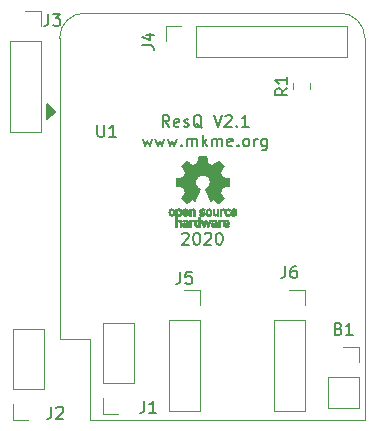
<source format=gto>
%TF.GenerationSoftware,KiCad,Pcbnew,(5.1.6)-1*%
%TF.CreationDate,2020-09-06T13:06:38-04:00*%
%TF.ProjectId,ResQ KiCad Version,52657351-204b-4694-9361-642056657273,rev?*%
%TF.SameCoordinates,Original*%
%TF.FileFunction,Legend,Top*%
%TF.FilePolarity,Positive*%
%FSLAX46Y46*%
G04 Gerber Fmt 4.6, Leading zero omitted, Abs format (unit mm)*
G04 Created by KiCad (PCBNEW (5.1.6)-1) date 2020-09-06 13:06:38*
%MOMM*%
%LPD*%
G01*
G04 APERTURE LIST*
%ADD10C,0.150000*%
%ADD11C,0.010000*%
%ADD12C,0.120000*%
G04 APERTURE END LIST*
D10*
X185483714Y-128071619D02*
X185531333Y-128024000D01*
X185626571Y-127976380D01*
X185864666Y-127976380D01*
X185959904Y-128024000D01*
X186007523Y-128071619D01*
X186055142Y-128166857D01*
X186055142Y-128262095D01*
X186007523Y-128404952D01*
X185436095Y-128976380D01*
X186055142Y-128976380D01*
X186674190Y-127976380D02*
X186769428Y-127976380D01*
X186864666Y-128024000D01*
X186912285Y-128071619D01*
X186959904Y-128166857D01*
X187007523Y-128357333D01*
X187007523Y-128595428D01*
X186959904Y-128785904D01*
X186912285Y-128881142D01*
X186864666Y-128928761D01*
X186769428Y-128976380D01*
X186674190Y-128976380D01*
X186578952Y-128928761D01*
X186531333Y-128881142D01*
X186483714Y-128785904D01*
X186436095Y-128595428D01*
X186436095Y-128357333D01*
X186483714Y-128166857D01*
X186531333Y-128071619D01*
X186578952Y-128024000D01*
X186674190Y-127976380D01*
X187388476Y-128071619D02*
X187436095Y-128024000D01*
X187531333Y-127976380D01*
X187769428Y-127976380D01*
X187864666Y-128024000D01*
X187912285Y-128071619D01*
X187959904Y-128166857D01*
X187959904Y-128262095D01*
X187912285Y-128404952D01*
X187340857Y-128976380D01*
X187959904Y-128976380D01*
X188578952Y-127976380D02*
X188674190Y-127976380D01*
X188769428Y-128024000D01*
X188817047Y-128071619D01*
X188864666Y-128166857D01*
X188912285Y-128357333D01*
X188912285Y-128595428D01*
X188864666Y-128785904D01*
X188817047Y-128881142D01*
X188769428Y-128928761D01*
X188674190Y-128976380D01*
X188578952Y-128976380D01*
X188483714Y-128928761D01*
X188436095Y-128881142D01*
X188388476Y-128785904D01*
X188340857Y-128595428D01*
X188340857Y-128357333D01*
X188388476Y-128166857D01*
X188436095Y-128071619D01*
X188483714Y-128024000D01*
X188578952Y-127976380D01*
X184404380Y-119007380D02*
X184071047Y-118531190D01*
X183832952Y-119007380D02*
X183832952Y-118007380D01*
X184213904Y-118007380D01*
X184309142Y-118055000D01*
X184356761Y-118102619D01*
X184404380Y-118197857D01*
X184404380Y-118340714D01*
X184356761Y-118435952D01*
X184309142Y-118483571D01*
X184213904Y-118531190D01*
X183832952Y-118531190D01*
X185213904Y-118959761D02*
X185118666Y-119007380D01*
X184928190Y-119007380D01*
X184832952Y-118959761D01*
X184785333Y-118864523D01*
X184785333Y-118483571D01*
X184832952Y-118388333D01*
X184928190Y-118340714D01*
X185118666Y-118340714D01*
X185213904Y-118388333D01*
X185261523Y-118483571D01*
X185261523Y-118578809D01*
X184785333Y-118674047D01*
X185642476Y-118959761D02*
X185737714Y-119007380D01*
X185928190Y-119007380D01*
X186023428Y-118959761D01*
X186071047Y-118864523D01*
X186071047Y-118816904D01*
X186023428Y-118721666D01*
X185928190Y-118674047D01*
X185785333Y-118674047D01*
X185690095Y-118626428D01*
X185642476Y-118531190D01*
X185642476Y-118483571D01*
X185690095Y-118388333D01*
X185785333Y-118340714D01*
X185928190Y-118340714D01*
X186023428Y-118388333D01*
X187166285Y-119102619D02*
X187071047Y-119055000D01*
X186975809Y-118959761D01*
X186832952Y-118816904D01*
X186737714Y-118769285D01*
X186642476Y-118769285D01*
X186690095Y-119007380D02*
X186594857Y-118959761D01*
X186499619Y-118864523D01*
X186452000Y-118674047D01*
X186452000Y-118340714D01*
X186499619Y-118150238D01*
X186594857Y-118055000D01*
X186690095Y-118007380D01*
X186880571Y-118007380D01*
X186975809Y-118055000D01*
X187071047Y-118150238D01*
X187118666Y-118340714D01*
X187118666Y-118674047D01*
X187071047Y-118864523D01*
X186975809Y-118959761D01*
X186880571Y-119007380D01*
X186690095Y-119007380D01*
X188166285Y-118007380D02*
X188499619Y-119007380D01*
X188832952Y-118007380D01*
X189118666Y-118102619D02*
X189166285Y-118055000D01*
X189261523Y-118007380D01*
X189499619Y-118007380D01*
X189594857Y-118055000D01*
X189642476Y-118102619D01*
X189690095Y-118197857D01*
X189690095Y-118293095D01*
X189642476Y-118435952D01*
X189071047Y-119007380D01*
X189690095Y-119007380D01*
X190118666Y-118912142D02*
X190166285Y-118959761D01*
X190118666Y-119007380D01*
X190071047Y-118959761D01*
X190118666Y-118912142D01*
X190118666Y-119007380D01*
X191118666Y-119007380D02*
X190547238Y-119007380D01*
X190832952Y-119007380D02*
X190832952Y-118007380D01*
X190737714Y-118150238D01*
X190642476Y-118245476D01*
X190547238Y-118293095D01*
X182166285Y-119990714D02*
X182356761Y-120657380D01*
X182547238Y-120181190D01*
X182737714Y-120657380D01*
X182928190Y-119990714D01*
X183213904Y-119990714D02*
X183404380Y-120657380D01*
X183594857Y-120181190D01*
X183785333Y-120657380D01*
X183975809Y-119990714D01*
X184261523Y-119990714D02*
X184452000Y-120657380D01*
X184642476Y-120181190D01*
X184832952Y-120657380D01*
X185023428Y-119990714D01*
X185404380Y-120562142D02*
X185452000Y-120609761D01*
X185404380Y-120657380D01*
X185356761Y-120609761D01*
X185404380Y-120562142D01*
X185404380Y-120657380D01*
X185880571Y-120657380D02*
X185880571Y-119990714D01*
X185880571Y-120085952D02*
X185928190Y-120038333D01*
X186023428Y-119990714D01*
X186166285Y-119990714D01*
X186261523Y-120038333D01*
X186309142Y-120133571D01*
X186309142Y-120657380D01*
X186309142Y-120133571D02*
X186356761Y-120038333D01*
X186452000Y-119990714D01*
X186594857Y-119990714D01*
X186690095Y-120038333D01*
X186737714Y-120133571D01*
X186737714Y-120657380D01*
X187213904Y-120657380D02*
X187213904Y-119657380D01*
X187309142Y-120276428D02*
X187594857Y-120657380D01*
X187594857Y-119990714D02*
X187213904Y-120371666D01*
X188023428Y-120657380D02*
X188023428Y-119990714D01*
X188023428Y-120085952D02*
X188071047Y-120038333D01*
X188166285Y-119990714D01*
X188309142Y-119990714D01*
X188404380Y-120038333D01*
X188452000Y-120133571D01*
X188452000Y-120657380D01*
X188452000Y-120133571D02*
X188499619Y-120038333D01*
X188594857Y-119990714D01*
X188737714Y-119990714D01*
X188832952Y-120038333D01*
X188880571Y-120133571D01*
X188880571Y-120657380D01*
X189737714Y-120609761D02*
X189642476Y-120657380D01*
X189452000Y-120657380D01*
X189356761Y-120609761D01*
X189309142Y-120514523D01*
X189309142Y-120133571D01*
X189356761Y-120038333D01*
X189452000Y-119990714D01*
X189642476Y-119990714D01*
X189737714Y-120038333D01*
X189785333Y-120133571D01*
X189785333Y-120228809D01*
X189309142Y-120324047D01*
X190213904Y-120562142D02*
X190261523Y-120609761D01*
X190213904Y-120657380D01*
X190166285Y-120609761D01*
X190213904Y-120562142D01*
X190213904Y-120657380D01*
X190832952Y-120657380D02*
X190737714Y-120609761D01*
X190690095Y-120562142D01*
X190642476Y-120466904D01*
X190642476Y-120181190D01*
X190690095Y-120085952D01*
X190737714Y-120038333D01*
X190832952Y-119990714D01*
X190975809Y-119990714D01*
X191071047Y-120038333D01*
X191118666Y-120085952D01*
X191166285Y-120181190D01*
X191166285Y-120466904D01*
X191118666Y-120562142D01*
X191071047Y-120609761D01*
X190975809Y-120657380D01*
X190832952Y-120657380D01*
X191594857Y-120657380D02*
X191594857Y-119990714D01*
X191594857Y-120181190D02*
X191642476Y-120085952D01*
X191690095Y-120038333D01*
X191785333Y-119990714D01*
X191880571Y-119990714D01*
X192642476Y-119990714D02*
X192642476Y-120800238D01*
X192594857Y-120895476D01*
X192547238Y-120943095D01*
X192452000Y-120990714D01*
X192309142Y-120990714D01*
X192213904Y-120943095D01*
X192642476Y-120609761D02*
X192547238Y-120657380D01*
X192356761Y-120657380D01*
X192261523Y-120609761D01*
X192213904Y-120562142D01*
X192166285Y-120466904D01*
X192166285Y-120181190D01*
X192213904Y-120085952D01*
X192261523Y-120038333D01*
X192356761Y-119990714D01*
X192547238Y-119990714D01*
X192642476Y-120038333D01*
D11*
%TO.C,REF\u002A\u002A*%
G36*
X187574964Y-121750018D02*
G01*
X187631812Y-122051570D01*
X188051338Y-122224512D01*
X188302984Y-122053395D01*
X188373458Y-122005750D01*
X188437163Y-121963210D01*
X188491126Y-121927715D01*
X188532373Y-121901210D01*
X188557934Y-121885636D01*
X188564895Y-121882278D01*
X188577435Y-121890914D01*
X188604231Y-121914792D01*
X188642280Y-121950859D01*
X188688579Y-121996067D01*
X188740123Y-122047364D01*
X188793909Y-122101701D01*
X188846935Y-122156028D01*
X188896195Y-122207295D01*
X188938687Y-122252451D01*
X188971407Y-122288446D01*
X188991351Y-122312230D01*
X188996119Y-122320190D01*
X188989257Y-122334865D01*
X188970020Y-122367014D01*
X188940430Y-122413492D01*
X188902510Y-122471156D01*
X188858282Y-122536860D01*
X188832654Y-122574336D01*
X188785941Y-122642768D01*
X188744432Y-122704520D01*
X188710140Y-122756519D01*
X188685080Y-122795692D01*
X188671264Y-122818965D01*
X188669188Y-122823855D01*
X188673895Y-122837755D01*
X188686723Y-122870150D01*
X188705738Y-122916485D01*
X188729003Y-122972206D01*
X188754584Y-123032758D01*
X188780545Y-123093586D01*
X188804950Y-123150136D01*
X188825863Y-123197852D01*
X188841349Y-123232181D01*
X188849472Y-123248568D01*
X188849952Y-123249212D01*
X188862707Y-123252341D01*
X188896677Y-123259321D01*
X188948340Y-123269467D01*
X189014176Y-123282092D01*
X189090664Y-123296509D01*
X189135290Y-123304823D01*
X189217021Y-123320384D01*
X189290843Y-123335192D01*
X189353021Y-123348436D01*
X189399822Y-123359305D01*
X189427509Y-123366989D01*
X189433074Y-123369427D01*
X189438526Y-123385930D01*
X189442924Y-123423200D01*
X189446272Y-123476880D01*
X189448574Y-123542612D01*
X189449832Y-123616037D01*
X189450048Y-123692796D01*
X189449227Y-123768532D01*
X189447371Y-123838886D01*
X189444482Y-123899500D01*
X189440565Y-123946016D01*
X189435622Y-123974075D01*
X189432657Y-123979916D01*
X189414934Y-123986917D01*
X189377381Y-123996927D01*
X189324964Y-124008769D01*
X189262652Y-124021267D01*
X189240900Y-124025310D01*
X189136024Y-124044520D01*
X189053180Y-124059991D01*
X188989630Y-124072337D01*
X188942637Y-124082173D01*
X188909463Y-124090114D01*
X188887371Y-124096776D01*
X188873624Y-124102773D01*
X188865484Y-124108719D01*
X188864345Y-124109894D01*
X188852977Y-124128826D01*
X188835635Y-124165669D01*
X188814050Y-124215913D01*
X188789954Y-124275046D01*
X188765079Y-124338556D01*
X188741157Y-124401932D01*
X188719919Y-124460662D01*
X188703097Y-124510235D01*
X188692422Y-124546139D01*
X188689627Y-124563862D01*
X188689860Y-124564483D01*
X188699331Y-124578970D01*
X188720818Y-124610844D01*
X188752063Y-124656789D01*
X188790807Y-124713485D01*
X188834793Y-124777617D01*
X188847319Y-124795842D01*
X188891984Y-124861914D01*
X188931288Y-124922200D01*
X188963088Y-124973235D01*
X188985245Y-125011560D01*
X188995617Y-125033711D01*
X188996119Y-125036432D01*
X188987405Y-125050736D01*
X188963325Y-125079072D01*
X188926976Y-125118396D01*
X188881453Y-125165661D01*
X188829852Y-125217823D01*
X188775267Y-125271835D01*
X188720794Y-125324653D01*
X188669529Y-125373231D01*
X188624567Y-125414523D01*
X188589004Y-125445485D01*
X188565935Y-125463070D01*
X188559554Y-125465941D01*
X188544699Y-125459178D01*
X188514286Y-125440939D01*
X188473268Y-125414297D01*
X188441709Y-125392852D01*
X188384525Y-125353503D01*
X188316806Y-125307171D01*
X188248880Y-125260913D01*
X188212361Y-125236155D01*
X188088752Y-125152547D01*
X187984991Y-125208650D01*
X187937720Y-125233228D01*
X187897523Y-125252331D01*
X187870326Y-125263227D01*
X187863402Y-125264743D01*
X187855077Y-125253549D01*
X187838654Y-125221917D01*
X187815357Y-125172765D01*
X187786414Y-125109010D01*
X187753050Y-125033571D01*
X187716491Y-124949364D01*
X187677964Y-124859308D01*
X187638694Y-124766321D01*
X187599908Y-124673320D01*
X187562830Y-124583223D01*
X187528689Y-124498948D01*
X187498708Y-124423413D01*
X187474116Y-124359534D01*
X187456136Y-124310231D01*
X187445997Y-124278421D01*
X187444366Y-124267496D01*
X187457291Y-124253561D01*
X187485589Y-124230940D01*
X187523346Y-124204333D01*
X187526515Y-124202228D01*
X187624100Y-124124114D01*
X187702786Y-124032982D01*
X187761891Y-123931745D01*
X187800732Y-123823318D01*
X187818628Y-123710614D01*
X187814897Y-123596548D01*
X187788857Y-123484034D01*
X187739825Y-123375985D01*
X187725400Y-123352345D01*
X187650369Y-123256887D01*
X187561730Y-123180232D01*
X187462549Y-123122780D01*
X187355895Y-123084929D01*
X187244836Y-123067078D01*
X187132439Y-123069625D01*
X187021773Y-123092970D01*
X186915906Y-123137510D01*
X186817905Y-123203645D01*
X186787590Y-123230487D01*
X186710438Y-123314512D01*
X186654218Y-123402966D01*
X186615653Y-123502115D01*
X186594174Y-123600303D01*
X186588872Y-123710697D01*
X186606552Y-123821640D01*
X186645419Y-123929381D01*
X186703677Y-124030169D01*
X186779531Y-124120256D01*
X186871183Y-124195892D01*
X186883228Y-124203864D01*
X186921389Y-124229974D01*
X186950399Y-124252595D01*
X186964268Y-124267039D01*
X186964469Y-124267496D01*
X186961492Y-124283121D01*
X186949689Y-124318582D01*
X186930286Y-124370962D01*
X186904512Y-124437345D01*
X186873591Y-124514814D01*
X186838751Y-124600450D01*
X186801217Y-124691337D01*
X186762217Y-124784559D01*
X186722977Y-124877197D01*
X186684724Y-124966335D01*
X186648683Y-125049055D01*
X186616083Y-125122441D01*
X186588148Y-125183575D01*
X186566105Y-125229541D01*
X186551182Y-125257421D01*
X186545172Y-125264743D01*
X186526809Y-125259041D01*
X186492448Y-125243749D01*
X186448016Y-125221599D01*
X186423583Y-125208650D01*
X186319822Y-125152547D01*
X186196213Y-125236155D01*
X186133114Y-125278987D01*
X186064030Y-125326122D01*
X185999293Y-125370503D01*
X185966866Y-125392852D01*
X185921259Y-125423477D01*
X185882640Y-125447747D01*
X185856048Y-125462587D01*
X185847410Y-125465724D01*
X185834839Y-125457261D01*
X185807016Y-125433636D01*
X185766639Y-125397302D01*
X185716405Y-125350711D01*
X185659012Y-125296317D01*
X185622714Y-125261392D01*
X185559210Y-125198996D01*
X185504327Y-125143188D01*
X185460286Y-125096354D01*
X185429305Y-125060882D01*
X185413602Y-125039161D01*
X185412095Y-125034752D01*
X185419086Y-125017985D01*
X185438406Y-124984082D01*
X185467909Y-124936476D01*
X185505455Y-124878599D01*
X185548900Y-124813884D01*
X185561255Y-124795842D01*
X185606273Y-124730267D01*
X185646660Y-124671228D01*
X185680160Y-124622042D01*
X185704514Y-124586028D01*
X185717464Y-124566502D01*
X185718715Y-124564483D01*
X185716844Y-124548922D01*
X185706913Y-124514709D01*
X185690653Y-124466355D01*
X185669795Y-124408371D01*
X185646073Y-124345270D01*
X185621216Y-124281563D01*
X185596958Y-124221761D01*
X185575029Y-124170376D01*
X185557162Y-124131919D01*
X185545087Y-124110902D01*
X185544229Y-124109894D01*
X185536846Y-124103888D01*
X185524375Y-124097948D01*
X185504080Y-124091460D01*
X185473222Y-124083809D01*
X185429066Y-124074380D01*
X185368874Y-124062559D01*
X185289907Y-124047729D01*
X185189430Y-124029277D01*
X185167675Y-124025310D01*
X185103198Y-124012853D01*
X185046989Y-124000666D01*
X185004013Y-123989926D01*
X184979240Y-123981809D01*
X184975918Y-123979916D01*
X184970444Y-123963138D01*
X184965994Y-123925645D01*
X184962572Y-123871794D01*
X184960181Y-123805944D01*
X184958823Y-123732453D01*
X184958501Y-123655680D01*
X184959219Y-123579983D01*
X184960979Y-123509720D01*
X184963784Y-123449250D01*
X184967638Y-123402930D01*
X184972543Y-123375119D01*
X184975500Y-123369427D01*
X184991963Y-123363686D01*
X185029449Y-123354345D01*
X185084225Y-123342215D01*
X185152555Y-123328107D01*
X185230706Y-123312830D01*
X185273284Y-123304823D01*
X185354071Y-123289721D01*
X185426113Y-123276040D01*
X185485889Y-123264467D01*
X185529879Y-123255687D01*
X185554561Y-123250387D01*
X185558623Y-123249212D01*
X185565489Y-123235965D01*
X185580002Y-123204057D01*
X185600229Y-123158047D01*
X185624234Y-123102492D01*
X185650082Y-123041953D01*
X185675840Y-122980986D01*
X185699573Y-122924151D01*
X185719346Y-122876006D01*
X185733224Y-122841110D01*
X185739274Y-122824021D01*
X185739386Y-122823274D01*
X185732528Y-122809793D01*
X185713302Y-122778770D01*
X185683728Y-122733289D01*
X185645827Y-122676432D01*
X185601620Y-122611283D01*
X185575921Y-122573862D01*
X185529093Y-122505247D01*
X185487501Y-122442952D01*
X185453175Y-122390129D01*
X185428143Y-122349927D01*
X185414435Y-122325500D01*
X185412456Y-122320024D01*
X185420966Y-122307278D01*
X185444493Y-122280063D01*
X185480032Y-122241428D01*
X185524577Y-122194423D01*
X185575123Y-122142095D01*
X185628664Y-122087495D01*
X185682195Y-122033670D01*
X185732711Y-121983670D01*
X185777206Y-121940543D01*
X185812675Y-121907339D01*
X185836113Y-121887106D01*
X185843954Y-121882278D01*
X185856720Y-121889067D01*
X185887256Y-121908142D01*
X185932590Y-121937561D01*
X185989756Y-121975381D01*
X186055784Y-122019661D01*
X186105590Y-122053395D01*
X186357236Y-122224512D01*
X186566999Y-122138041D01*
X186776763Y-122051570D01*
X186833611Y-121750018D01*
X186890460Y-121448466D01*
X187518115Y-121448466D01*
X187574964Y-121750018D01*
G37*
X187574964Y-121750018D02*
X187631812Y-122051570D01*
X188051338Y-122224512D01*
X188302984Y-122053395D01*
X188373458Y-122005750D01*
X188437163Y-121963210D01*
X188491126Y-121927715D01*
X188532373Y-121901210D01*
X188557934Y-121885636D01*
X188564895Y-121882278D01*
X188577435Y-121890914D01*
X188604231Y-121914792D01*
X188642280Y-121950859D01*
X188688579Y-121996067D01*
X188740123Y-122047364D01*
X188793909Y-122101701D01*
X188846935Y-122156028D01*
X188896195Y-122207295D01*
X188938687Y-122252451D01*
X188971407Y-122288446D01*
X188991351Y-122312230D01*
X188996119Y-122320190D01*
X188989257Y-122334865D01*
X188970020Y-122367014D01*
X188940430Y-122413492D01*
X188902510Y-122471156D01*
X188858282Y-122536860D01*
X188832654Y-122574336D01*
X188785941Y-122642768D01*
X188744432Y-122704520D01*
X188710140Y-122756519D01*
X188685080Y-122795692D01*
X188671264Y-122818965D01*
X188669188Y-122823855D01*
X188673895Y-122837755D01*
X188686723Y-122870150D01*
X188705738Y-122916485D01*
X188729003Y-122972206D01*
X188754584Y-123032758D01*
X188780545Y-123093586D01*
X188804950Y-123150136D01*
X188825863Y-123197852D01*
X188841349Y-123232181D01*
X188849472Y-123248568D01*
X188849952Y-123249212D01*
X188862707Y-123252341D01*
X188896677Y-123259321D01*
X188948340Y-123269467D01*
X189014176Y-123282092D01*
X189090664Y-123296509D01*
X189135290Y-123304823D01*
X189217021Y-123320384D01*
X189290843Y-123335192D01*
X189353021Y-123348436D01*
X189399822Y-123359305D01*
X189427509Y-123366989D01*
X189433074Y-123369427D01*
X189438526Y-123385930D01*
X189442924Y-123423200D01*
X189446272Y-123476880D01*
X189448574Y-123542612D01*
X189449832Y-123616037D01*
X189450048Y-123692796D01*
X189449227Y-123768532D01*
X189447371Y-123838886D01*
X189444482Y-123899500D01*
X189440565Y-123946016D01*
X189435622Y-123974075D01*
X189432657Y-123979916D01*
X189414934Y-123986917D01*
X189377381Y-123996927D01*
X189324964Y-124008769D01*
X189262652Y-124021267D01*
X189240900Y-124025310D01*
X189136024Y-124044520D01*
X189053180Y-124059991D01*
X188989630Y-124072337D01*
X188942637Y-124082173D01*
X188909463Y-124090114D01*
X188887371Y-124096776D01*
X188873624Y-124102773D01*
X188865484Y-124108719D01*
X188864345Y-124109894D01*
X188852977Y-124128826D01*
X188835635Y-124165669D01*
X188814050Y-124215913D01*
X188789954Y-124275046D01*
X188765079Y-124338556D01*
X188741157Y-124401932D01*
X188719919Y-124460662D01*
X188703097Y-124510235D01*
X188692422Y-124546139D01*
X188689627Y-124563862D01*
X188689860Y-124564483D01*
X188699331Y-124578970D01*
X188720818Y-124610844D01*
X188752063Y-124656789D01*
X188790807Y-124713485D01*
X188834793Y-124777617D01*
X188847319Y-124795842D01*
X188891984Y-124861914D01*
X188931288Y-124922200D01*
X188963088Y-124973235D01*
X188985245Y-125011560D01*
X188995617Y-125033711D01*
X188996119Y-125036432D01*
X188987405Y-125050736D01*
X188963325Y-125079072D01*
X188926976Y-125118396D01*
X188881453Y-125165661D01*
X188829852Y-125217823D01*
X188775267Y-125271835D01*
X188720794Y-125324653D01*
X188669529Y-125373231D01*
X188624567Y-125414523D01*
X188589004Y-125445485D01*
X188565935Y-125463070D01*
X188559554Y-125465941D01*
X188544699Y-125459178D01*
X188514286Y-125440939D01*
X188473268Y-125414297D01*
X188441709Y-125392852D01*
X188384525Y-125353503D01*
X188316806Y-125307171D01*
X188248880Y-125260913D01*
X188212361Y-125236155D01*
X188088752Y-125152547D01*
X187984991Y-125208650D01*
X187937720Y-125233228D01*
X187897523Y-125252331D01*
X187870326Y-125263227D01*
X187863402Y-125264743D01*
X187855077Y-125253549D01*
X187838654Y-125221917D01*
X187815357Y-125172765D01*
X187786414Y-125109010D01*
X187753050Y-125033571D01*
X187716491Y-124949364D01*
X187677964Y-124859308D01*
X187638694Y-124766321D01*
X187599908Y-124673320D01*
X187562830Y-124583223D01*
X187528689Y-124498948D01*
X187498708Y-124423413D01*
X187474116Y-124359534D01*
X187456136Y-124310231D01*
X187445997Y-124278421D01*
X187444366Y-124267496D01*
X187457291Y-124253561D01*
X187485589Y-124230940D01*
X187523346Y-124204333D01*
X187526515Y-124202228D01*
X187624100Y-124124114D01*
X187702786Y-124032982D01*
X187761891Y-123931745D01*
X187800732Y-123823318D01*
X187818628Y-123710614D01*
X187814897Y-123596548D01*
X187788857Y-123484034D01*
X187739825Y-123375985D01*
X187725400Y-123352345D01*
X187650369Y-123256887D01*
X187561730Y-123180232D01*
X187462549Y-123122780D01*
X187355895Y-123084929D01*
X187244836Y-123067078D01*
X187132439Y-123069625D01*
X187021773Y-123092970D01*
X186915906Y-123137510D01*
X186817905Y-123203645D01*
X186787590Y-123230487D01*
X186710438Y-123314512D01*
X186654218Y-123402966D01*
X186615653Y-123502115D01*
X186594174Y-123600303D01*
X186588872Y-123710697D01*
X186606552Y-123821640D01*
X186645419Y-123929381D01*
X186703677Y-124030169D01*
X186779531Y-124120256D01*
X186871183Y-124195892D01*
X186883228Y-124203864D01*
X186921389Y-124229974D01*
X186950399Y-124252595D01*
X186964268Y-124267039D01*
X186964469Y-124267496D01*
X186961492Y-124283121D01*
X186949689Y-124318582D01*
X186930286Y-124370962D01*
X186904512Y-124437345D01*
X186873591Y-124514814D01*
X186838751Y-124600450D01*
X186801217Y-124691337D01*
X186762217Y-124784559D01*
X186722977Y-124877197D01*
X186684724Y-124966335D01*
X186648683Y-125049055D01*
X186616083Y-125122441D01*
X186588148Y-125183575D01*
X186566105Y-125229541D01*
X186551182Y-125257421D01*
X186545172Y-125264743D01*
X186526809Y-125259041D01*
X186492448Y-125243749D01*
X186448016Y-125221599D01*
X186423583Y-125208650D01*
X186319822Y-125152547D01*
X186196213Y-125236155D01*
X186133114Y-125278987D01*
X186064030Y-125326122D01*
X185999293Y-125370503D01*
X185966866Y-125392852D01*
X185921259Y-125423477D01*
X185882640Y-125447747D01*
X185856048Y-125462587D01*
X185847410Y-125465724D01*
X185834839Y-125457261D01*
X185807016Y-125433636D01*
X185766639Y-125397302D01*
X185716405Y-125350711D01*
X185659012Y-125296317D01*
X185622714Y-125261392D01*
X185559210Y-125198996D01*
X185504327Y-125143188D01*
X185460286Y-125096354D01*
X185429305Y-125060882D01*
X185413602Y-125039161D01*
X185412095Y-125034752D01*
X185419086Y-125017985D01*
X185438406Y-124984082D01*
X185467909Y-124936476D01*
X185505455Y-124878599D01*
X185548900Y-124813884D01*
X185561255Y-124795842D01*
X185606273Y-124730267D01*
X185646660Y-124671228D01*
X185680160Y-124622042D01*
X185704514Y-124586028D01*
X185717464Y-124566502D01*
X185718715Y-124564483D01*
X185716844Y-124548922D01*
X185706913Y-124514709D01*
X185690653Y-124466355D01*
X185669795Y-124408371D01*
X185646073Y-124345270D01*
X185621216Y-124281563D01*
X185596958Y-124221761D01*
X185575029Y-124170376D01*
X185557162Y-124131919D01*
X185545087Y-124110902D01*
X185544229Y-124109894D01*
X185536846Y-124103888D01*
X185524375Y-124097948D01*
X185504080Y-124091460D01*
X185473222Y-124083809D01*
X185429066Y-124074380D01*
X185368874Y-124062559D01*
X185289907Y-124047729D01*
X185189430Y-124029277D01*
X185167675Y-124025310D01*
X185103198Y-124012853D01*
X185046989Y-124000666D01*
X185004013Y-123989926D01*
X184979240Y-123981809D01*
X184975918Y-123979916D01*
X184970444Y-123963138D01*
X184965994Y-123925645D01*
X184962572Y-123871794D01*
X184960181Y-123805944D01*
X184958823Y-123732453D01*
X184958501Y-123655680D01*
X184959219Y-123579983D01*
X184960979Y-123509720D01*
X184963784Y-123449250D01*
X184967638Y-123402930D01*
X184972543Y-123375119D01*
X184975500Y-123369427D01*
X184991963Y-123363686D01*
X185029449Y-123354345D01*
X185084225Y-123342215D01*
X185152555Y-123328107D01*
X185230706Y-123312830D01*
X185273284Y-123304823D01*
X185354071Y-123289721D01*
X185426113Y-123276040D01*
X185485889Y-123264467D01*
X185529879Y-123255687D01*
X185554561Y-123250387D01*
X185558623Y-123249212D01*
X185565489Y-123235965D01*
X185580002Y-123204057D01*
X185600229Y-123158047D01*
X185624234Y-123102492D01*
X185650082Y-123041953D01*
X185675840Y-122980986D01*
X185699573Y-122924151D01*
X185719346Y-122876006D01*
X185733224Y-122841110D01*
X185739274Y-122824021D01*
X185739386Y-122823274D01*
X185732528Y-122809793D01*
X185713302Y-122778770D01*
X185683728Y-122733289D01*
X185645827Y-122676432D01*
X185601620Y-122611283D01*
X185575921Y-122573862D01*
X185529093Y-122505247D01*
X185487501Y-122442952D01*
X185453175Y-122390129D01*
X185428143Y-122349927D01*
X185414435Y-122325500D01*
X185412456Y-122320024D01*
X185420966Y-122307278D01*
X185444493Y-122280063D01*
X185480032Y-122241428D01*
X185524577Y-122194423D01*
X185575123Y-122142095D01*
X185628664Y-122087495D01*
X185682195Y-122033670D01*
X185732711Y-121983670D01*
X185777206Y-121940543D01*
X185812675Y-121907339D01*
X185836113Y-121887106D01*
X185843954Y-121882278D01*
X185856720Y-121889067D01*
X185887256Y-121908142D01*
X185932590Y-121937561D01*
X185989756Y-121975381D01*
X186055784Y-122019661D01*
X186105590Y-122053395D01*
X186357236Y-122224512D01*
X186566999Y-122138041D01*
X186776763Y-122051570D01*
X186833611Y-121750018D01*
X186890460Y-121448466D01*
X187518115Y-121448466D01*
X187574964Y-121750018D01*
G36*
X188997460Y-125918030D02*
G01*
X189040711Y-125931245D01*
X189068558Y-125947941D01*
X189077629Y-125961145D01*
X189075132Y-125976797D01*
X189058931Y-126001385D01*
X189045232Y-126018800D01*
X189016992Y-126050283D01*
X188995775Y-126063529D01*
X188977688Y-126062664D01*
X188924035Y-126049010D01*
X188884630Y-126049630D01*
X188852632Y-126065104D01*
X188841890Y-126074161D01*
X188807505Y-126106027D01*
X188807505Y-126522179D01*
X188669188Y-126522179D01*
X188669188Y-125918614D01*
X188738347Y-125918614D01*
X188779869Y-125920256D01*
X188801291Y-125926087D01*
X188807502Y-125937461D01*
X188807505Y-125937798D01*
X188810439Y-125949713D01*
X188823704Y-125948159D01*
X188842084Y-125939563D01*
X188880046Y-125923568D01*
X188910872Y-125913945D01*
X188950536Y-125911478D01*
X188997460Y-125918030D01*
G37*
X188997460Y-125918030D02*
X189040711Y-125931245D01*
X189068558Y-125947941D01*
X189077629Y-125961145D01*
X189075132Y-125976797D01*
X189058931Y-126001385D01*
X189045232Y-126018800D01*
X189016992Y-126050283D01*
X188995775Y-126063529D01*
X188977688Y-126062664D01*
X188924035Y-126049010D01*
X188884630Y-126049630D01*
X188852632Y-126065104D01*
X188841890Y-126074161D01*
X188807505Y-126106027D01*
X188807505Y-126522179D01*
X188669188Y-126522179D01*
X188669188Y-125918614D01*
X188738347Y-125918614D01*
X188779869Y-125920256D01*
X188801291Y-125926087D01*
X188807502Y-125937461D01*
X188807505Y-125937798D01*
X188810439Y-125949713D01*
X188823704Y-125948159D01*
X188842084Y-125939563D01*
X188880046Y-125923568D01*
X188910872Y-125913945D01*
X188950536Y-125911478D01*
X188997460Y-125918030D01*
G36*
X186443988Y-125929002D02*
G01*
X186475283Y-125943950D01*
X186505591Y-125965541D01*
X186528682Y-125990391D01*
X186545500Y-126022087D01*
X186556994Y-126064214D01*
X186564109Y-126120358D01*
X186567793Y-126194106D01*
X186568992Y-126289044D01*
X186569011Y-126298985D01*
X186569287Y-126522179D01*
X186430970Y-126522179D01*
X186430970Y-126316418D01*
X186430872Y-126240189D01*
X186430191Y-126184939D01*
X186428349Y-126146501D01*
X186424767Y-126120706D01*
X186418868Y-126103384D01*
X186410073Y-126090368D01*
X186397820Y-126077507D01*
X186354953Y-126049873D01*
X186308157Y-126044745D01*
X186263576Y-126062217D01*
X186248072Y-126075221D01*
X186236690Y-126087447D01*
X186228519Y-126100540D01*
X186223026Y-126118615D01*
X186219680Y-126145787D01*
X186217949Y-126186170D01*
X186217303Y-126243879D01*
X186217208Y-126314132D01*
X186217208Y-126522179D01*
X186078891Y-126522179D01*
X186078891Y-125918614D01*
X186148050Y-125918614D01*
X186189572Y-125920256D01*
X186210994Y-125926087D01*
X186217205Y-125937461D01*
X186217208Y-125937798D01*
X186220090Y-125948938D01*
X186232801Y-125947674D01*
X186258074Y-125935434D01*
X186315395Y-125917424D01*
X186380963Y-125915421D01*
X186443988Y-125929002D01*
G37*
X186443988Y-125929002D02*
X186475283Y-125943950D01*
X186505591Y-125965541D01*
X186528682Y-125990391D01*
X186545500Y-126022087D01*
X186556994Y-126064214D01*
X186564109Y-126120358D01*
X186567793Y-126194106D01*
X186568992Y-126289044D01*
X186569011Y-126298985D01*
X186569287Y-126522179D01*
X186430970Y-126522179D01*
X186430970Y-126316418D01*
X186430872Y-126240189D01*
X186430191Y-126184939D01*
X186428349Y-126146501D01*
X186424767Y-126120706D01*
X186418868Y-126103384D01*
X186410073Y-126090368D01*
X186397820Y-126077507D01*
X186354953Y-126049873D01*
X186308157Y-126044745D01*
X186263576Y-126062217D01*
X186248072Y-126075221D01*
X186236690Y-126087447D01*
X186228519Y-126100540D01*
X186223026Y-126118615D01*
X186219680Y-126145787D01*
X186217949Y-126186170D01*
X186217303Y-126243879D01*
X186217208Y-126314132D01*
X186217208Y-126522179D01*
X186078891Y-126522179D01*
X186078891Y-125918614D01*
X186148050Y-125918614D01*
X186189572Y-125920256D01*
X186210994Y-125926087D01*
X186217205Y-125937461D01*
X186217208Y-125937798D01*
X186220090Y-125948938D01*
X186232801Y-125947674D01*
X186258074Y-125935434D01*
X186315395Y-125917424D01*
X186380963Y-125915421D01*
X186443988Y-125929002D01*
G36*
X189875898Y-125916457D02*
G01*
X189908096Y-125924279D01*
X189969825Y-125952921D01*
X190022610Y-125996667D01*
X190059141Y-126049117D01*
X190064160Y-126060893D01*
X190071045Y-126091740D01*
X190075864Y-126137371D01*
X190077505Y-126183492D01*
X190077505Y-126270693D01*
X189895178Y-126270693D01*
X189819979Y-126270978D01*
X189767003Y-126272704D01*
X189733325Y-126277181D01*
X189716020Y-126285720D01*
X189712163Y-126299630D01*
X189718829Y-126320222D01*
X189730770Y-126344315D01*
X189764080Y-126384525D01*
X189810368Y-126404558D01*
X189866944Y-126403905D01*
X189931031Y-126382101D01*
X189986417Y-126355193D01*
X190032375Y-126391532D01*
X190078333Y-126427872D01*
X190035096Y-126467819D01*
X189977374Y-126505563D01*
X189906386Y-126528320D01*
X189830029Y-126534688D01*
X189756199Y-126523268D01*
X189744287Y-126519393D01*
X189679399Y-126485506D01*
X189631130Y-126434986D01*
X189598465Y-126366325D01*
X189580385Y-126278014D01*
X189580175Y-126276121D01*
X189578556Y-126179878D01*
X189585100Y-126145542D01*
X189712852Y-126145542D01*
X189724584Y-126150822D01*
X189756438Y-126154867D01*
X189803397Y-126157176D01*
X189833154Y-126157525D01*
X189888648Y-126157306D01*
X189923346Y-126155916D01*
X189941601Y-126152251D01*
X189947766Y-126145210D01*
X189946195Y-126133690D01*
X189944878Y-126129233D01*
X189922382Y-126087355D01*
X189887003Y-126053604D01*
X189855780Y-126038773D01*
X189814301Y-126039668D01*
X189772269Y-126058164D01*
X189737012Y-126088786D01*
X189715854Y-126126062D01*
X189712852Y-126145542D01*
X189585100Y-126145542D01*
X189594690Y-126095229D01*
X189626698Y-126024191D01*
X189672701Y-125968779D01*
X189730821Y-125931009D01*
X189799180Y-125912896D01*
X189875898Y-125916457D01*
G37*
X189875898Y-125916457D02*
X189908096Y-125924279D01*
X189969825Y-125952921D01*
X190022610Y-125996667D01*
X190059141Y-126049117D01*
X190064160Y-126060893D01*
X190071045Y-126091740D01*
X190075864Y-126137371D01*
X190077505Y-126183492D01*
X190077505Y-126270693D01*
X189895178Y-126270693D01*
X189819979Y-126270978D01*
X189767003Y-126272704D01*
X189733325Y-126277181D01*
X189716020Y-126285720D01*
X189712163Y-126299630D01*
X189718829Y-126320222D01*
X189730770Y-126344315D01*
X189764080Y-126384525D01*
X189810368Y-126404558D01*
X189866944Y-126403905D01*
X189931031Y-126382101D01*
X189986417Y-126355193D01*
X190032375Y-126391532D01*
X190078333Y-126427872D01*
X190035096Y-126467819D01*
X189977374Y-126505563D01*
X189906386Y-126528320D01*
X189830029Y-126534688D01*
X189756199Y-126523268D01*
X189744287Y-126519393D01*
X189679399Y-126485506D01*
X189631130Y-126434986D01*
X189598465Y-126366325D01*
X189580385Y-126278014D01*
X189580175Y-126276121D01*
X189578556Y-126179878D01*
X189585100Y-126145542D01*
X189712852Y-126145542D01*
X189724584Y-126150822D01*
X189756438Y-126154867D01*
X189803397Y-126157176D01*
X189833154Y-126157525D01*
X189888648Y-126157306D01*
X189923346Y-126155916D01*
X189941601Y-126152251D01*
X189947766Y-126145210D01*
X189946195Y-126133690D01*
X189944878Y-126129233D01*
X189922382Y-126087355D01*
X189887003Y-126053604D01*
X189855780Y-126038773D01*
X189814301Y-126039668D01*
X189772269Y-126058164D01*
X189737012Y-126088786D01*
X189715854Y-126126062D01*
X189712852Y-126145542D01*
X189585100Y-126145542D01*
X189594690Y-126095229D01*
X189626698Y-126024191D01*
X189672701Y-125968779D01*
X189730821Y-125931009D01*
X189799180Y-125912896D01*
X189875898Y-125916457D01*
G36*
X189415226Y-125923880D02*
G01*
X189488080Y-125954830D01*
X189511027Y-125969895D01*
X189540354Y-125993048D01*
X189558764Y-126011253D01*
X189561961Y-126017183D01*
X189552935Y-126030340D01*
X189529837Y-126052667D01*
X189511344Y-126068250D01*
X189460728Y-126108926D01*
X189420760Y-126075295D01*
X189389874Y-126053584D01*
X189359759Y-126046090D01*
X189325292Y-126047920D01*
X189270561Y-126061528D01*
X189232886Y-126089772D01*
X189209991Y-126135433D01*
X189199597Y-126201289D01*
X189199595Y-126201331D01*
X189200494Y-126274939D01*
X189214463Y-126328946D01*
X189242328Y-126365716D01*
X189261325Y-126378168D01*
X189311776Y-126393673D01*
X189365663Y-126393683D01*
X189412546Y-126378638D01*
X189423644Y-126371287D01*
X189451476Y-126352511D01*
X189473236Y-126349434D01*
X189496704Y-126363409D01*
X189522649Y-126388510D01*
X189563716Y-126430880D01*
X189518121Y-126468464D01*
X189447674Y-126510882D01*
X189368233Y-126531785D01*
X189285215Y-126530272D01*
X189230694Y-126516411D01*
X189166970Y-126482135D01*
X189116005Y-126428212D01*
X189092851Y-126390149D01*
X189074099Y-126335536D01*
X189064715Y-126266369D01*
X189064643Y-126191407D01*
X189073824Y-126119409D01*
X189092199Y-126059137D01*
X189095093Y-126052958D01*
X189137952Y-125992351D01*
X189195979Y-125948224D01*
X189264591Y-125921493D01*
X189339201Y-125913073D01*
X189415226Y-125923880D01*
G37*
X189415226Y-125923880D02*
X189488080Y-125954830D01*
X189511027Y-125969895D01*
X189540354Y-125993048D01*
X189558764Y-126011253D01*
X189561961Y-126017183D01*
X189552935Y-126030340D01*
X189529837Y-126052667D01*
X189511344Y-126068250D01*
X189460728Y-126108926D01*
X189420760Y-126075295D01*
X189389874Y-126053584D01*
X189359759Y-126046090D01*
X189325292Y-126047920D01*
X189270561Y-126061528D01*
X189232886Y-126089772D01*
X189209991Y-126135433D01*
X189199597Y-126201289D01*
X189199595Y-126201331D01*
X189200494Y-126274939D01*
X189214463Y-126328946D01*
X189242328Y-126365716D01*
X189261325Y-126378168D01*
X189311776Y-126393673D01*
X189365663Y-126393683D01*
X189412546Y-126378638D01*
X189423644Y-126371287D01*
X189451476Y-126352511D01*
X189473236Y-126349434D01*
X189496704Y-126363409D01*
X189522649Y-126388510D01*
X189563716Y-126430880D01*
X189518121Y-126468464D01*
X189447674Y-126510882D01*
X189368233Y-126531785D01*
X189285215Y-126530272D01*
X189230694Y-126516411D01*
X189166970Y-126482135D01*
X189116005Y-126428212D01*
X189092851Y-126390149D01*
X189074099Y-126335536D01*
X189064715Y-126266369D01*
X189064643Y-126191407D01*
X189073824Y-126119409D01*
X189092199Y-126059137D01*
X189095093Y-126052958D01*
X189137952Y-125992351D01*
X189195979Y-125948224D01*
X189264591Y-125921493D01*
X189339201Y-125913073D01*
X189415226Y-125923880D01*
G36*
X188191367Y-126114342D02*
G01*
X188192555Y-126206563D01*
X188196897Y-126276610D01*
X188205558Y-126327381D01*
X188219704Y-126361772D01*
X188240500Y-126382679D01*
X188269110Y-126393000D01*
X188304535Y-126395636D01*
X188341636Y-126392682D01*
X188369818Y-126381889D01*
X188390243Y-126360360D01*
X188404079Y-126325199D01*
X188412491Y-126273510D01*
X188416643Y-126202394D01*
X188417703Y-126114342D01*
X188417703Y-125918614D01*
X188556020Y-125918614D01*
X188556020Y-126522179D01*
X188486862Y-126522179D01*
X188445170Y-126520489D01*
X188423701Y-126514556D01*
X188417703Y-126503293D01*
X188414091Y-126493261D01*
X188399714Y-126495383D01*
X188370736Y-126509580D01*
X188304319Y-126531480D01*
X188233875Y-126529928D01*
X188166377Y-126506147D01*
X188134233Y-126487362D01*
X188109715Y-126467022D01*
X188091804Y-126441573D01*
X188079479Y-126407458D01*
X188071723Y-126361121D01*
X188067516Y-126299007D01*
X188065840Y-126217561D01*
X188065624Y-126154578D01*
X188065624Y-125918614D01*
X188191367Y-125918614D01*
X188191367Y-126114342D01*
G37*
X188191367Y-126114342D02*
X188192555Y-126206563D01*
X188196897Y-126276610D01*
X188205558Y-126327381D01*
X188219704Y-126361772D01*
X188240500Y-126382679D01*
X188269110Y-126393000D01*
X188304535Y-126395636D01*
X188341636Y-126392682D01*
X188369818Y-126381889D01*
X188390243Y-126360360D01*
X188404079Y-126325199D01*
X188412491Y-126273510D01*
X188416643Y-126202394D01*
X188417703Y-126114342D01*
X188417703Y-125918614D01*
X188556020Y-125918614D01*
X188556020Y-126522179D01*
X188486862Y-126522179D01*
X188445170Y-126520489D01*
X188423701Y-126514556D01*
X188417703Y-126503293D01*
X188414091Y-126493261D01*
X188399714Y-126495383D01*
X188370736Y-126509580D01*
X188304319Y-126531480D01*
X188233875Y-126529928D01*
X188166377Y-126506147D01*
X188134233Y-126487362D01*
X188109715Y-126467022D01*
X188091804Y-126441573D01*
X188079479Y-126407458D01*
X188071723Y-126361121D01*
X188067516Y-126299007D01*
X188065840Y-126217561D01*
X188065624Y-126154578D01*
X188065624Y-125918614D01*
X188191367Y-125918614D01*
X188191367Y-126114342D01*
G36*
X187808762Y-125926055D02*
G01*
X187872363Y-125960692D01*
X187922123Y-126015372D01*
X187945568Y-126059842D01*
X187955634Y-126099121D01*
X187962156Y-126155116D01*
X187964951Y-126219621D01*
X187963836Y-126284429D01*
X187958626Y-126341334D01*
X187952541Y-126371727D01*
X187932014Y-126413306D01*
X187896463Y-126457468D01*
X187853619Y-126496087D01*
X187811211Y-126521034D01*
X187810177Y-126521430D01*
X187757553Y-126532331D01*
X187695188Y-126532601D01*
X187635924Y-126522676D01*
X187613040Y-126514722D01*
X187554102Y-126481300D01*
X187511890Y-126437511D01*
X187484156Y-126379538D01*
X187468651Y-126303565D01*
X187465143Y-126263771D01*
X187465590Y-126213766D01*
X187600376Y-126213766D01*
X187604917Y-126286732D01*
X187617986Y-126342334D01*
X187638756Y-126377861D01*
X187653552Y-126388020D01*
X187691464Y-126395104D01*
X187736527Y-126393007D01*
X187775487Y-126382812D01*
X187785704Y-126377204D01*
X187812659Y-126344538D01*
X187830451Y-126294545D01*
X187838024Y-126233705D01*
X187834325Y-126168497D01*
X187826057Y-126129253D01*
X187802320Y-126083805D01*
X187764849Y-126055396D01*
X187719720Y-126045573D01*
X187673011Y-126055887D01*
X187637132Y-126081112D01*
X187618277Y-126101925D01*
X187607272Y-126122439D01*
X187602026Y-126150203D01*
X187600449Y-126192762D01*
X187600376Y-126213766D01*
X187465590Y-126213766D01*
X187466094Y-126157580D01*
X187483388Y-126070501D01*
X187517029Y-126002530D01*
X187567018Y-125953664D01*
X187633356Y-125923899D01*
X187647601Y-125920448D01*
X187733210Y-125912345D01*
X187808762Y-125926055D01*
G37*
X187808762Y-125926055D02*
X187872363Y-125960692D01*
X187922123Y-126015372D01*
X187945568Y-126059842D01*
X187955634Y-126099121D01*
X187962156Y-126155116D01*
X187964951Y-126219621D01*
X187963836Y-126284429D01*
X187958626Y-126341334D01*
X187952541Y-126371727D01*
X187932014Y-126413306D01*
X187896463Y-126457468D01*
X187853619Y-126496087D01*
X187811211Y-126521034D01*
X187810177Y-126521430D01*
X187757553Y-126532331D01*
X187695188Y-126532601D01*
X187635924Y-126522676D01*
X187613040Y-126514722D01*
X187554102Y-126481300D01*
X187511890Y-126437511D01*
X187484156Y-126379538D01*
X187468651Y-126303565D01*
X187465143Y-126263771D01*
X187465590Y-126213766D01*
X187600376Y-126213766D01*
X187604917Y-126286732D01*
X187617986Y-126342334D01*
X187638756Y-126377861D01*
X187653552Y-126388020D01*
X187691464Y-126395104D01*
X187736527Y-126393007D01*
X187775487Y-126382812D01*
X187785704Y-126377204D01*
X187812659Y-126344538D01*
X187830451Y-126294545D01*
X187838024Y-126233705D01*
X187834325Y-126168497D01*
X187826057Y-126129253D01*
X187802320Y-126083805D01*
X187764849Y-126055396D01*
X187719720Y-126045573D01*
X187673011Y-126055887D01*
X187637132Y-126081112D01*
X187618277Y-126101925D01*
X187607272Y-126122439D01*
X187602026Y-126150203D01*
X187600449Y-126192762D01*
X187600376Y-126213766D01*
X187465590Y-126213766D01*
X187466094Y-126157580D01*
X187483388Y-126070501D01*
X187517029Y-126002530D01*
X187567018Y-125953664D01*
X187633356Y-125923899D01*
X187647601Y-125920448D01*
X187733210Y-125912345D01*
X187808762Y-125926055D01*
G36*
X187212017Y-125916452D02*
G01*
X187259634Y-125925482D01*
X187309034Y-125944370D01*
X187314312Y-125946777D01*
X187351774Y-125966476D01*
X187377717Y-125984781D01*
X187386103Y-125996508D01*
X187378117Y-126015632D01*
X187358720Y-126043850D01*
X187350110Y-126054384D01*
X187314628Y-126095847D01*
X187268885Y-126068858D01*
X187225350Y-126050878D01*
X187175050Y-126041267D01*
X187126812Y-126040660D01*
X187089467Y-126049691D01*
X187080505Y-126055327D01*
X187063437Y-126081171D01*
X187061363Y-126110941D01*
X187074134Y-126134197D01*
X187081688Y-126138708D01*
X187104325Y-126144309D01*
X187144115Y-126150892D01*
X187193166Y-126157183D01*
X187202215Y-126158170D01*
X187280996Y-126171798D01*
X187338136Y-126194946D01*
X187376030Y-126229752D01*
X187397079Y-126278354D01*
X187403635Y-126337718D01*
X187394577Y-126405198D01*
X187365164Y-126458188D01*
X187315278Y-126496783D01*
X187244800Y-126521081D01*
X187166565Y-126530667D01*
X187102766Y-126530552D01*
X187051016Y-126521845D01*
X187015673Y-126509825D01*
X186971017Y-126488880D01*
X186929747Y-126464574D01*
X186915079Y-126453876D01*
X186877357Y-126423084D01*
X186922852Y-126377049D01*
X186968347Y-126331013D01*
X187020072Y-126365243D01*
X187071952Y-126390952D01*
X187127351Y-126404399D01*
X187180605Y-126405818D01*
X187226049Y-126395443D01*
X187258016Y-126373507D01*
X187268338Y-126354998D01*
X187266789Y-126325314D01*
X187241140Y-126302615D01*
X187191460Y-126286940D01*
X187137031Y-126279695D01*
X187053264Y-126265873D01*
X186991033Y-126239796D01*
X186949507Y-126200699D01*
X186927853Y-126147820D01*
X186924853Y-126085126D01*
X186939671Y-126019642D01*
X186973454Y-125970144D01*
X187026505Y-125936408D01*
X187099126Y-125918207D01*
X187152928Y-125914639D01*
X187212017Y-125916452D01*
G37*
X187212017Y-125916452D02*
X187259634Y-125925482D01*
X187309034Y-125944370D01*
X187314312Y-125946777D01*
X187351774Y-125966476D01*
X187377717Y-125984781D01*
X187386103Y-125996508D01*
X187378117Y-126015632D01*
X187358720Y-126043850D01*
X187350110Y-126054384D01*
X187314628Y-126095847D01*
X187268885Y-126068858D01*
X187225350Y-126050878D01*
X187175050Y-126041267D01*
X187126812Y-126040660D01*
X187089467Y-126049691D01*
X187080505Y-126055327D01*
X187063437Y-126081171D01*
X187061363Y-126110941D01*
X187074134Y-126134197D01*
X187081688Y-126138708D01*
X187104325Y-126144309D01*
X187144115Y-126150892D01*
X187193166Y-126157183D01*
X187202215Y-126158170D01*
X187280996Y-126171798D01*
X187338136Y-126194946D01*
X187376030Y-126229752D01*
X187397079Y-126278354D01*
X187403635Y-126337718D01*
X187394577Y-126405198D01*
X187365164Y-126458188D01*
X187315278Y-126496783D01*
X187244800Y-126521081D01*
X187166565Y-126530667D01*
X187102766Y-126530552D01*
X187051016Y-126521845D01*
X187015673Y-126509825D01*
X186971017Y-126488880D01*
X186929747Y-126464574D01*
X186915079Y-126453876D01*
X186877357Y-126423084D01*
X186922852Y-126377049D01*
X186968347Y-126331013D01*
X187020072Y-126365243D01*
X187071952Y-126390952D01*
X187127351Y-126404399D01*
X187180605Y-126405818D01*
X187226049Y-126395443D01*
X187258016Y-126373507D01*
X187268338Y-126354998D01*
X187266789Y-126325314D01*
X187241140Y-126302615D01*
X187191460Y-126286940D01*
X187137031Y-126279695D01*
X187053264Y-126265873D01*
X186991033Y-126239796D01*
X186949507Y-126200699D01*
X186927853Y-126147820D01*
X186924853Y-126085126D01*
X186939671Y-126019642D01*
X186973454Y-125970144D01*
X187026505Y-125936408D01*
X187099126Y-125918207D01*
X187152928Y-125914639D01*
X187212017Y-125916452D01*
G36*
X185841301Y-125932614D02*
G01*
X185853832Y-125938514D01*
X185897201Y-125970283D01*
X185938210Y-126016646D01*
X185968832Y-126067696D01*
X185977541Y-126091166D01*
X185985488Y-126133091D01*
X185990226Y-126183757D01*
X185990801Y-126204679D01*
X185990871Y-126270693D01*
X185610917Y-126270693D01*
X185619017Y-126305273D01*
X185638896Y-126346170D01*
X185673653Y-126381514D01*
X185715002Y-126404282D01*
X185741351Y-126409010D01*
X185777084Y-126403273D01*
X185819718Y-126388882D01*
X185834201Y-126382262D01*
X185887760Y-126355513D01*
X185933467Y-126390376D01*
X185959842Y-126413955D01*
X185973876Y-126433417D01*
X185974586Y-126439129D01*
X185962049Y-126452973D01*
X185934572Y-126474012D01*
X185909634Y-126490425D01*
X185842336Y-126519930D01*
X185766890Y-126533284D01*
X185692112Y-126529812D01*
X185632505Y-126511663D01*
X185571059Y-126472784D01*
X185527392Y-126421595D01*
X185500074Y-126355367D01*
X185487678Y-126271371D01*
X185486579Y-126232936D01*
X185490978Y-126144861D01*
X185491518Y-126142299D01*
X185617418Y-126142299D01*
X185620885Y-126150558D01*
X185635137Y-126155113D01*
X185664530Y-126157065D01*
X185713425Y-126157517D01*
X185732252Y-126157525D01*
X185789533Y-126156843D01*
X185825859Y-126154364D01*
X185845396Y-126149443D01*
X185852310Y-126141434D01*
X185852555Y-126138862D01*
X185844664Y-126118423D01*
X185824915Y-126089789D01*
X185816425Y-126079763D01*
X185784906Y-126051408D01*
X185752051Y-126040259D01*
X185734349Y-126039327D01*
X185686461Y-126050981D01*
X185646301Y-126082285D01*
X185620827Y-126127752D01*
X185620375Y-126129233D01*
X185617418Y-126142299D01*
X185491518Y-126142299D01*
X185505608Y-126075510D01*
X185531962Y-126020025D01*
X185564193Y-125980639D01*
X185623783Y-125937931D01*
X185693832Y-125915109D01*
X185768339Y-125913046D01*
X185841301Y-125932614D01*
G37*
X185841301Y-125932614D02*
X185853832Y-125938514D01*
X185897201Y-125970283D01*
X185938210Y-126016646D01*
X185968832Y-126067696D01*
X185977541Y-126091166D01*
X185985488Y-126133091D01*
X185990226Y-126183757D01*
X185990801Y-126204679D01*
X185990871Y-126270693D01*
X185610917Y-126270693D01*
X185619017Y-126305273D01*
X185638896Y-126346170D01*
X185673653Y-126381514D01*
X185715002Y-126404282D01*
X185741351Y-126409010D01*
X185777084Y-126403273D01*
X185819718Y-126388882D01*
X185834201Y-126382262D01*
X185887760Y-126355513D01*
X185933467Y-126390376D01*
X185959842Y-126413955D01*
X185973876Y-126433417D01*
X185974586Y-126439129D01*
X185962049Y-126452973D01*
X185934572Y-126474012D01*
X185909634Y-126490425D01*
X185842336Y-126519930D01*
X185766890Y-126533284D01*
X185692112Y-126529812D01*
X185632505Y-126511663D01*
X185571059Y-126472784D01*
X185527392Y-126421595D01*
X185500074Y-126355367D01*
X185487678Y-126271371D01*
X185486579Y-126232936D01*
X185490978Y-126144861D01*
X185491518Y-126142299D01*
X185617418Y-126142299D01*
X185620885Y-126150558D01*
X185635137Y-126155113D01*
X185664530Y-126157065D01*
X185713425Y-126157517D01*
X185732252Y-126157525D01*
X185789533Y-126156843D01*
X185825859Y-126154364D01*
X185845396Y-126149443D01*
X185852310Y-126141434D01*
X185852555Y-126138862D01*
X185844664Y-126118423D01*
X185824915Y-126089789D01*
X185816425Y-126079763D01*
X185784906Y-126051408D01*
X185752051Y-126040259D01*
X185734349Y-126039327D01*
X185686461Y-126050981D01*
X185646301Y-126082285D01*
X185620827Y-126127752D01*
X185620375Y-126129233D01*
X185617418Y-126142299D01*
X185491518Y-126142299D01*
X185505608Y-126075510D01*
X185531962Y-126020025D01*
X185564193Y-125980639D01*
X185623783Y-125937931D01*
X185693832Y-125915109D01*
X185768339Y-125913046D01*
X185841301Y-125932614D01*
G36*
X184659739Y-125925148D02*
G01*
X184725521Y-125954231D01*
X184775460Y-126002793D01*
X184809626Y-126070908D01*
X184828093Y-126158651D01*
X184829417Y-126172351D01*
X184830454Y-126268939D01*
X184817007Y-126353602D01*
X184789892Y-126422221D01*
X184775373Y-126444294D01*
X184724799Y-126491011D01*
X184660391Y-126521268D01*
X184588334Y-126533824D01*
X184514815Y-126527439D01*
X184458928Y-126507772D01*
X184410868Y-126474629D01*
X184371588Y-126431175D01*
X184370908Y-126430158D01*
X184354956Y-126403338D01*
X184344590Y-126376368D01*
X184338312Y-126342332D01*
X184334627Y-126294310D01*
X184333003Y-126254931D01*
X184332328Y-126219219D01*
X184458045Y-126219219D01*
X184459274Y-126254770D01*
X184463734Y-126302094D01*
X184471603Y-126332465D01*
X184485793Y-126354072D01*
X184499083Y-126366694D01*
X184546198Y-126393122D01*
X184595495Y-126396653D01*
X184641407Y-126377639D01*
X184664362Y-126356331D01*
X184680904Y-126334859D01*
X184690579Y-126314313D01*
X184694826Y-126287574D01*
X184695080Y-126247523D01*
X184693772Y-126210638D01*
X184690957Y-126157947D01*
X184686495Y-126123772D01*
X184678452Y-126101480D01*
X184664897Y-126084442D01*
X184654155Y-126074703D01*
X184609223Y-126049123D01*
X184560751Y-126047847D01*
X184520106Y-126062999D01*
X184485433Y-126094642D01*
X184464776Y-126146620D01*
X184458045Y-126219219D01*
X184332328Y-126219219D01*
X184331521Y-126176621D01*
X184334052Y-126118056D01*
X184341638Y-126074007D01*
X184355319Y-126039248D01*
X184376135Y-126008551D01*
X184383853Y-125999436D01*
X184432111Y-125954021D01*
X184483872Y-125927493D01*
X184547172Y-125916379D01*
X184578039Y-125915471D01*
X184659739Y-125925148D01*
G37*
X184659739Y-125925148D02*
X184725521Y-125954231D01*
X184775460Y-126002793D01*
X184809626Y-126070908D01*
X184828093Y-126158651D01*
X184829417Y-126172351D01*
X184830454Y-126268939D01*
X184817007Y-126353602D01*
X184789892Y-126422221D01*
X184775373Y-126444294D01*
X184724799Y-126491011D01*
X184660391Y-126521268D01*
X184588334Y-126533824D01*
X184514815Y-126527439D01*
X184458928Y-126507772D01*
X184410868Y-126474629D01*
X184371588Y-126431175D01*
X184370908Y-126430158D01*
X184354956Y-126403338D01*
X184344590Y-126376368D01*
X184338312Y-126342332D01*
X184334627Y-126294310D01*
X184333003Y-126254931D01*
X184332328Y-126219219D01*
X184458045Y-126219219D01*
X184459274Y-126254770D01*
X184463734Y-126302094D01*
X184471603Y-126332465D01*
X184485793Y-126354072D01*
X184499083Y-126366694D01*
X184546198Y-126393122D01*
X184595495Y-126396653D01*
X184641407Y-126377639D01*
X184664362Y-126356331D01*
X184680904Y-126334859D01*
X184690579Y-126314313D01*
X184694826Y-126287574D01*
X184695080Y-126247523D01*
X184693772Y-126210638D01*
X184690957Y-126157947D01*
X184686495Y-126123772D01*
X184678452Y-126101480D01*
X184664897Y-126084442D01*
X184654155Y-126074703D01*
X184609223Y-126049123D01*
X184560751Y-126047847D01*
X184520106Y-126062999D01*
X184485433Y-126094642D01*
X184464776Y-126146620D01*
X184458045Y-126219219D01*
X184332328Y-126219219D01*
X184331521Y-126176621D01*
X184334052Y-126118056D01*
X184341638Y-126074007D01*
X184355319Y-126039248D01*
X184376135Y-126008551D01*
X184383853Y-125999436D01*
X184432111Y-125954021D01*
X184483872Y-125927493D01*
X184547172Y-125916379D01*
X184578039Y-125915471D01*
X184659739Y-125925148D01*
G36*
X189230581Y-126864970D02*
G01*
X189290685Y-126880597D01*
X189341021Y-126912848D01*
X189365393Y-126936940D01*
X189405345Y-126993895D01*
X189428242Y-127059965D01*
X189436108Y-127141182D01*
X189436148Y-127147748D01*
X189436218Y-127213763D01*
X189056264Y-127213763D01*
X189064363Y-127248342D01*
X189078987Y-127279659D01*
X189104581Y-127312291D01*
X189109935Y-127317500D01*
X189155943Y-127345694D01*
X189208410Y-127350475D01*
X189268803Y-127331926D01*
X189279040Y-127326931D01*
X189310439Y-127311745D01*
X189331470Y-127303094D01*
X189335139Y-127302293D01*
X189347948Y-127310063D01*
X189372378Y-127329072D01*
X189384779Y-127339460D01*
X189410476Y-127363321D01*
X189418915Y-127379077D01*
X189413058Y-127393571D01*
X189409928Y-127397534D01*
X189388725Y-127414879D01*
X189353738Y-127435959D01*
X189329337Y-127448265D01*
X189260072Y-127469946D01*
X189183388Y-127476971D01*
X189110765Y-127468647D01*
X189090426Y-127462686D01*
X189027476Y-127428952D01*
X188980815Y-127377045D01*
X188950173Y-127306459D01*
X188935282Y-127216692D01*
X188933647Y-127169753D01*
X188938421Y-127101413D01*
X189058990Y-127101413D01*
X189070652Y-127106465D01*
X189101998Y-127110429D01*
X189147571Y-127112768D01*
X189178446Y-127113169D01*
X189233981Y-127112783D01*
X189269033Y-127110975D01*
X189288262Y-127106773D01*
X189296330Y-127099203D01*
X189297901Y-127088218D01*
X189287121Y-127054381D01*
X189259980Y-127020940D01*
X189224277Y-126995272D01*
X189188560Y-126984772D01*
X189140048Y-126994086D01*
X189098053Y-127021013D01*
X189068936Y-127059827D01*
X189058990Y-127101413D01*
X188938421Y-127101413D01*
X188940599Y-127070236D01*
X188962055Y-126990949D01*
X188998470Y-126931263D01*
X189050297Y-126890549D01*
X189117990Y-126868179D01*
X189154662Y-126863871D01*
X189230581Y-126864970D01*
G37*
X189230581Y-126864970D02*
X189290685Y-126880597D01*
X189341021Y-126912848D01*
X189365393Y-126936940D01*
X189405345Y-126993895D01*
X189428242Y-127059965D01*
X189436108Y-127141182D01*
X189436148Y-127147748D01*
X189436218Y-127213763D01*
X189056264Y-127213763D01*
X189064363Y-127248342D01*
X189078987Y-127279659D01*
X189104581Y-127312291D01*
X189109935Y-127317500D01*
X189155943Y-127345694D01*
X189208410Y-127350475D01*
X189268803Y-127331926D01*
X189279040Y-127326931D01*
X189310439Y-127311745D01*
X189331470Y-127303094D01*
X189335139Y-127302293D01*
X189347948Y-127310063D01*
X189372378Y-127329072D01*
X189384779Y-127339460D01*
X189410476Y-127363321D01*
X189418915Y-127379077D01*
X189413058Y-127393571D01*
X189409928Y-127397534D01*
X189388725Y-127414879D01*
X189353738Y-127435959D01*
X189329337Y-127448265D01*
X189260072Y-127469946D01*
X189183388Y-127476971D01*
X189110765Y-127468647D01*
X189090426Y-127462686D01*
X189027476Y-127428952D01*
X188980815Y-127377045D01*
X188950173Y-127306459D01*
X188935282Y-127216692D01*
X188933647Y-127169753D01*
X188938421Y-127101413D01*
X189058990Y-127101413D01*
X189070652Y-127106465D01*
X189101998Y-127110429D01*
X189147571Y-127112768D01*
X189178446Y-127113169D01*
X189233981Y-127112783D01*
X189269033Y-127110975D01*
X189288262Y-127106773D01*
X189296330Y-127099203D01*
X189297901Y-127088218D01*
X189287121Y-127054381D01*
X189259980Y-127020940D01*
X189224277Y-126995272D01*
X189188560Y-126984772D01*
X189140048Y-126994086D01*
X189098053Y-127021013D01*
X189068936Y-127059827D01*
X189058990Y-127101413D01*
X188938421Y-127101413D01*
X188940599Y-127070236D01*
X188962055Y-126990949D01*
X188998470Y-126931263D01*
X189050297Y-126890549D01*
X189117990Y-126868179D01*
X189154662Y-126863871D01*
X189230581Y-126864970D01*
G36*
X188833255Y-126861486D02*
G01*
X188881595Y-126871015D01*
X188909114Y-126885125D01*
X188938064Y-126908568D01*
X188896876Y-126960571D01*
X188871482Y-126992064D01*
X188854238Y-127007428D01*
X188837102Y-127009776D01*
X188812027Y-127002217D01*
X188800257Y-126997941D01*
X188752270Y-126991631D01*
X188708324Y-127005156D01*
X188676060Y-127035710D01*
X188670819Y-127045452D01*
X188665112Y-127071258D01*
X188660706Y-127118817D01*
X188657811Y-127184758D01*
X188656631Y-127265710D01*
X188656614Y-127277226D01*
X188656614Y-127477822D01*
X188518297Y-127477822D01*
X188518297Y-126861683D01*
X188587456Y-126861683D01*
X188627333Y-126862725D01*
X188648107Y-126867358D01*
X188655789Y-126877849D01*
X188656614Y-126887745D01*
X188656614Y-126913806D01*
X188689745Y-126887745D01*
X188727735Y-126869965D01*
X188778770Y-126861174D01*
X188833255Y-126861486D01*
G37*
X188833255Y-126861486D02*
X188881595Y-126871015D01*
X188909114Y-126885125D01*
X188938064Y-126908568D01*
X188896876Y-126960571D01*
X188871482Y-126992064D01*
X188854238Y-127007428D01*
X188837102Y-127009776D01*
X188812027Y-127002217D01*
X188800257Y-126997941D01*
X188752270Y-126991631D01*
X188708324Y-127005156D01*
X188676060Y-127035710D01*
X188670819Y-127045452D01*
X188665112Y-127071258D01*
X188660706Y-127118817D01*
X188657811Y-127184758D01*
X188656631Y-127265710D01*
X188656614Y-127277226D01*
X188656614Y-127477822D01*
X188518297Y-127477822D01*
X188518297Y-126861683D01*
X188587456Y-126861683D01*
X188627333Y-126862725D01*
X188648107Y-126867358D01*
X188655789Y-126877849D01*
X188656614Y-126887745D01*
X188656614Y-126913806D01*
X188689745Y-126887745D01*
X188727735Y-126869965D01*
X188778770Y-126861174D01*
X188833255Y-126861486D01*
G36*
X188236411Y-126865417D02*
G01*
X188289411Y-126878290D01*
X188304731Y-126885110D01*
X188334428Y-126902974D01*
X188357220Y-126923093D01*
X188374083Y-126948962D01*
X188385998Y-126984073D01*
X188393942Y-127031920D01*
X188398894Y-127095996D01*
X188401831Y-127179794D01*
X188402947Y-127235768D01*
X188407052Y-127477822D01*
X188336932Y-127477822D01*
X188294393Y-127476038D01*
X188272476Y-127469942D01*
X188266812Y-127459706D01*
X188263821Y-127448637D01*
X188250451Y-127450754D01*
X188232233Y-127459629D01*
X188186624Y-127473233D01*
X188128007Y-127476899D01*
X188066354Y-127470903D01*
X188011638Y-127455521D01*
X188006730Y-127453386D01*
X187956723Y-127418255D01*
X187923756Y-127369419D01*
X187908587Y-127312333D01*
X187909746Y-127291824D01*
X188033508Y-127291824D01*
X188044413Y-127319425D01*
X188076745Y-127339204D01*
X188128910Y-127349819D01*
X188156787Y-127351228D01*
X188203247Y-127347620D01*
X188234129Y-127333597D01*
X188241664Y-127326931D01*
X188262076Y-127290666D01*
X188266812Y-127257773D01*
X188266812Y-127213763D01*
X188205513Y-127213763D01*
X188134256Y-127217395D01*
X188084276Y-127228818D01*
X188052696Y-127248824D01*
X188045626Y-127257743D01*
X188033508Y-127291824D01*
X187909746Y-127291824D01*
X187911971Y-127252456D01*
X187934663Y-127195244D01*
X187965624Y-127156580D01*
X187984376Y-127139864D01*
X188002733Y-127128878D01*
X188026619Y-127122180D01*
X188061957Y-127118326D01*
X188114669Y-127115873D01*
X188135577Y-127115168D01*
X188266812Y-127110879D01*
X188266620Y-127071158D01*
X188261537Y-127029405D01*
X188243162Y-127004158D01*
X188206039Y-126988030D01*
X188205043Y-126987742D01*
X188152410Y-126981400D01*
X188100906Y-126989684D01*
X188062630Y-127009827D01*
X188047272Y-127019773D01*
X188030730Y-127018397D01*
X188005275Y-127003987D01*
X187990328Y-126993817D01*
X187961091Y-126972088D01*
X187942980Y-126955800D01*
X187940074Y-126951137D01*
X187952040Y-126927005D01*
X187987396Y-126898185D01*
X188002753Y-126888461D01*
X188046901Y-126871714D01*
X188106398Y-126862227D01*
X188172487Y-126860095D01*
X188236411Y-126865417D01*
G37*
X188236411Y-126865417D02*
X188289411Y-126878290D01*
X188304731Y-126885110D01*
X188334428Y-126902974D01*
X188357220Y-126923093D01*
X188374083Y-126948962D01*
X188385998Y-126984073D01*
X188393942Y-127031920D01*
X188398894Y-127095996D01*
X188401831Y-127179794D01*
X188402947Y-127235768D01*
X188407052Y-127477822D01*
X188336932Y-127477822D01*
X188294393Y-127476038D01*
X188272476Y-127469942D01*
X188266812Y-127459706D01*
X188263821Y-127448637D01*
X188250451Y-127450754D01*
X188232233Y-127459629D01*
X188186624Y-127473233D01*
X188128007Y-127476899D01*
X188066354Y-127470903D01*
X188011638Y-127455521D01*
X188006730Y-127453386D01*
X187956723Y-127418255D01*
X187923756Y-127369419D01*
X187908587Y-127312333D01*
X187909746Y-127291824D01*
X188033508Y-127291824D01*
X188044413Y-127319425D01*
X188076745Y-127339204D01*
X188128910Y-127349819D01*
X188156787Y-127351228D01*
X188203247Y-127347620D01*
X188234129Y-127333597D01*
X188241664Y-127326931D01*
X188262076Y-127290666D01*
X188266812Y-127257773D01*
X188266812Y-127213763D01*
X188205513Y-127213763D01*
X188134256Y-127217395D01*
X188084276Y-127228818D01*
X188052696Y-127248824D01*
X188045626Y-127257743D01*
X188033508Y-127291824D01*
X187909746Y-127291824D01*
X187911971Y-127252456D01*
X187934663Y-127195244D01*
X187965624Y-127156580D01*
X187984376Y-127139864D01*
X188002733Y-127128878D01*
X188026619Y-127122180D01*
X188061957Y-127118326D01*
X188114669Y-127115873D01*
X188135577Y-127115168D01*
X188266812Y-127110879D01*
X188266620Y-127071158D01*
X188261537Y-127029405D01*
X188243162Y-127004158D01*
X188206039Y-126988030D01*
X188205043Y-126987742D01*
X188152410Y-126981400D01*
X188100906Y-126989684D01*
X188062630Y-127009827D01*
X188047272Y-127019773D01*
X188030730Y-127018397D01*
X188005275Y-127003987D01*
X187990328Y-126993817D01*
X187961091Y-126972088D01*
X187942980Y-126955800D01*
X187940074Y-126951137D01*
X187952040Y-126927005D01*
X187987396Y-126898185D01*
X188002753Y-126888461D01*
X188046901Y-126871714D01*
X188106398Y-126862227D01*
X188172487Y-126860095D01*
X188236411Y-126865417D01*
G36*
X187479524Y-126864237D02*
G01*
X187529255Y-126867971D01*
X187659291Y-127257773D01*
X187679678Y-127188614D01*
X187691946Y-127145874D01*
X187708085Y-127088115D01*
X187725512Y-127024625D01*
X187734726Y-126990570D01*
X187769388Y-126861683D01*
X187912391Y-126861683D01*
X187869646Y-126996857D01*
X187848596Y-127063342D01*
X187823167Y-127143539D01*
X187796610Y-127227193D01*
X187772902Y-127301782D01*
X187718902Y-127471535D01*
X187660598Y-127475328D01*
X187602295Y-127479122D01*
X187570679Y-127374734D01*
X187551182Y-127309889D01*
X187529904Y-127238400D01*
X187511308Y-127175263D01*
X187510574Y-127172750D01*
X187496684Y-127129969D01*
X187484429Y-127100779D01*
X187475846Y-127089741D01*
X187474082Y-127091018D01*
X187467891Y-127108130D01*
X187456128Y-127144787D01*
X187440225Y-127196378D01*
X187421614Y-127258294D01*
X187411543Y-127292352D01*
X187357007Y-127477822D01*
X187241264Y-127477822D01*
X187148737Y-127185471D01*
X187122744Y-127103462D01*
X187099066Y-127028987D01*
X187078820Y-126965544D01*
X187063126Y-126916632D01*
X187053102Y-126885749D01*
X187050055Y-126876726D01*
X187052467Y-126867487D01*
X187071408Y-126863441D01*
X187110823Y-126863846D01*
X187116993Y-126864152D01*
X187190086Y-126867971D01*
X187237957Y-127044010D01*
X187255553Y-127108211D01*
X187271277Y-127164649D01*
X187283746Y-127208422D01*
X187291574Y-127234630D01*
X187293020Y-127238903D01*
X187299014Y-127233990D01*
X187311101Y-127208532D01*
X187327893Y-127165997D01*
X187348003Y-127109850D01*
X187365003Y-127059130D01*
X187429794Y-126860504D01*
X187479524Y-126864237D01*
G37*
X187479524Y-126864237D02*
X187529255Y-126867971D01*
X187659291Y-127257773D01*
X187679678Y-127188614D01*
X187691946Y-127145874D01*
X187708085Y-127088115D01*
X187725512Y-127024625D01*
X187734726Y-126990570D01*
X187769388Y-126861683D01*
X187912391Y-126861683D01*
X187869646Y-126996857D01*
X187848596Y-127063342D01*
X187823167Y-127143539D01*
X187796610Y-127227193D01*
X187772902Y-127301782D01*
X187718902Y-127471535D01*
X187660598Y-127475328D01*
X187602295Y-127479122D01*
X187570679Y-127374734D01*
X187551182Y-127309889D01*
X187529904Y-127238400D01*
X187511308Y-127175263D01*
X187510574Y-127172750D01*
X187496684Y-127129969D01*
X187484429Y-127100779D01*
X187475846Y-127089741D01*
X187474082Y-127091018D01*
X187467891Y-127108130D01*
X187456128Y-127144787D01*
X187440225Y-127196378D01*
X187421614Y-127258294D01*
X187411543Y-127292352D01*
X187357007Y-127477822D01*
X187241264Y-127477822D01*
X187148737Y-127185471D01*
X187122744Y-127103462D01*
X187099066Y-127028987D01*
X187078820Y-126965544D01*
X187063126Y-126916632D01*
X187053102Y-126885749D01*
X187050055Y-126876726D01*
X187052467Y-126867487D01*
X187071408Y-126863441D01*
X187110823Y-126863846D01*
X187116993Y-126864152D01*
X187190086Y-126867971D01*
X187237957Y-127044010D01*
X187255553Y-127108211D01*
X187271277Y-127164649D01*
X187283746Y-127208422D01*
X187291574Y-127234630D01*
X187293020Y-127238903D01*
X187299014Y-127233990D01*
X187311101Y-127208532D01*
X187327893Y-127165997D01*
X187348003Y-127109850D01*
X187365003Y-127059130D01*
X187429794Y-126860504D01*
X187479524Y-126864237D01*
G36*
X186996812Y-127477822D02*
G01*
X186927654Y-127477822D01*
X186887512Y-127476645D01*
X186866606Y-127471772D01*
X186859078Y-127461186D01*
X186858495Y-127454029D01*
X186857226Y-127439676D01*
X186849221Y-127436923D01*
X186828185Y-127445771D01*
X186811827Y-127454029D01*
X186749023Y-127473597D01*
X186680752Y-127474729D01*
X186625248Y-127460135D01*
X186573562Y-127424877D01*
X186534162Y-127372835D01*
X186512587Y-127311450D01*
X186512038Y-127308018D01*
X186508833Y-127270571D01*
X186507239Y-127216813D01*
X186507367Y-127176155D01*
X186644721Y-127176155D01*
X186647903Y-127230194D01*
X186655141Y-127274735D01*
X186664940Y-127299888D01*
X186702011Y-127334260D01*
X186746026Y-127346582D01*
X186791416Y-127336618D01*
X186830203Y-127306895D01*
X186844892Y-127286905D01*
X186853481Y-127263050D01*
X186857504Y-127228230D01*
X186858495Y-127175930D01*
X186856722Y-127124139D01*
X186852037Y-127078634D01*
X186845397Y-127048181D01*
X186844290Y-127045452D01*
X186817509Y-127013000D01*
X186778421Y-126995183D01*
X186734685Y-126992306D01*
X186693962Y-127004674D01*
X186663913Y-127032593D01*
X186660796Y-127038148D01*
X186651039Y-127072022D01*
X186645723Y-127120728D01*
X186644721Y-127176155D01*
X186507367Y-127176155D01*
X186507432Y-127155540D01*
X186508336Y-127122563D01*
X186514486Y-127040981D01*
X186527267Y-126979730D01*
X186548529Y-126934449D01*
X186580122Y-126900779D01*
X186610793Y-126881014D01*
X186653646Y-126867120D01*
X186706944Y-126862354D01*
X186761520Y-126866236D01*
X186808208Y-126878282D01*
X186832876Y-126892693D01*
X186858495Y-126915878D01*
X186858495Y-126622773D01*
X186996812Y-126622773D01*
X186996812Y-127477822D01*
G37*
X186996812Y-127477822D02*
X186927654Y-127477822D01*
X186887512Y-127476645D01*
X186866606Y-127471772D01*
X186859078Y-127461186D01*
X186858495Y-127454029D01*
X186857226Y-127439676D01*
X186849221Y-127436923D01*
X186828185Y-127445771D01*
X186811827Y-127454029D01*
X186749023Y-127473597D01*
X186680752Y-127474729D01*
X186625248Y-127460135D01*
X186573562Y-127424877D01*
X186534162Y-127372835D01*
X186512587Y-127311450D01*
X186512038Y-127308018D01*
X186508833Y-127270571D01*
X186507239Y-127216813D01*
X186507367Y-127176155D01*
X186644721Y-127176155D01*
X186647903Y-127230194D01*
X186655141Y-127274735D01*
X186664940Y-127299888D01*
X186702011Y-127334260D01*
X186746026Y-127346582D01*
X186791416Y-127336618D01*
X186830203Y-127306895D01*
X186844892Y-127286905D01*
X186853481Y-127263050D01*
X186857504Y-127228230D01*
X186858495Y-127175930D01*
X186856722Y-127124139D01*
X186852037Y-127078634D01*
X186845397Y-127048181D01*
X186844290Y-127045452D01*
X186817509Y-127013000D01*
X186778421Y-126995183D01*
X186734685Y-126992306D01*
X186693962Y-127004674D01*
X186663913Y-127032593D01*
X186660796Y-127038148D01*
X186651039Y-127072022D01*
X186645723Y-127120728D01*
X186644721Y-127176155D01*
X186507367Y-127176155D01*
X186507432Y-127155540D01*
X186508336Y-127122563D01*
X186514486Y-127040981D01*
X186527267Y-126979730D01*
X186548529Y-126934449D01*
X186580122Y-126900779D01*
X186610793Y-126881014D01*
X186653646Y-126867120D01*
X186706944Y-126862354D01*
X186761520Y-126866236D01*
X186808208Y-126878282D01*
X186832876Y-126892693D01*
X186858495Y-126915878D01*
X186858495Y-126622773D01*
X186996812Y-126622773D01*
X186996812Y-127477822D01*
G36*
X186204644Y-126863020D02*
G01*
X186223461Y-126868660D01*
X186229527Y-126881053D01*
X186229782Y-126886647D01*
X186230871Y-126902230D01*
X186238368Y-126904676D01*
X186258619Y-126893993D01*
X186270649Y-126886694D01*
X186308600Y-126871063D01*
X186353928Y-126863334D01*
X186401456Y-126862740D01*
X186446005Y-126868513D01*
X186482398Y-126879884D01*
X186505457Y-126896088D01*
X186510004Y-126916355D01*
X186507709Y-126921843D01*
X186490980Y-126944626D01*
X186465037Y-126972647D01*
X186460345Y-126977177D01*
X186435617Y-126998005D01*
X186414282Y-127004735D01*
X186384445Y-127000038D01*
X186372492Y-126996917D01*
X186335295Y-126989421D01*
X186309141Y-126992792D01*
X186287054Y-127004681D01*
X186266822Y-127020635D01*
X186251921Y-127040700D01*
X186241566Y-127068702D01*
X186234971Y-127108467D01*
X186231351Y-127163823D01*
X186229922Y-127238594D01*
X186229782Y-127283740D01*
X186229782Y-127477822D01*
X186104040Y-127477822D01*
X186104040Y-126861683D01*
X186166911Y-126861683D01*
X186204644Y-126863020D01*
G37*
X186204644Y-126863020D02*
X186223461Y-126868660D01*
X186229527Y-126881053D01*
X186229782Y-126886647D01*
X186230871Y-126902230D01*
X186238368Y-126904676D01*
X186258619Y-126893993D01*
X186270649Y-126886694D01*
X186308600Y-126871063D01*
X186353928Y-126863334D01*
X186401456Y-126862740D01*
X186446005Y-126868513D01*
X186482398Y-126879884D01*
X186505457Y-126896088D01*
X186510004Y-126916355D01*
X186507709Y-126921843D01*
X186490980Y-126944626D01*
X186465037Y-126972647D01*
X186460345Y-126977177D01*
X186435617Y-126998005D01*
X186414282Y-127004735D01*
X186384445Y-127000038D01*
X186372492Y-126996917D01*
X186335295Y-126989421D01*
X186309141Y-126992792D01*
X186287054Y-127004681D01*
X186266822Y-127020635D01*
X186251921Y-127040700D01*
X186241566Y-127068702D01*
X186234971Y-127108467D01*
X186231351Y-127163823D01*
X186229922Y-127238594D01*
X186229782Y-127283740D01*
X186229782Y-127477822D01*
X186104040Y-127477822D01*
X186104040Y-126861683D01*
X186166911Y-126861683D01*
X186204644Y-126863020D01*
G36*
X185813790Y-126866555D02*
G01*
X185872945Y-126882339D01*
X185917977Y-126910948D01*
X185949754Y-126948419D01*
X185959634Y-126964411D01*
X185966927Y-126981163D01*
X185972026Y-127002592D01*
X185975321Y-127032616D01*
X185977203Y-127075154D01*
X185978063Y-127134122D01*
X185978293Y-127213440D01*
X185978297Y-127234484D01*
X185978297Y-127477822D01*
X185917941Y-127477822D01*
X185879443Y-127475126D01*
X185850977Y-127468295D01*
X185843845Y-127464083D01*
X185824348Y-127456813D01*
X185804434Y-127464083D01*
X185771647Y-127473160D01*
X185724022Y-127476813D01*
X185671236Y-127475228D01*
X185622964Y-127468589D01*
X185594782Y-127460072D01*
X185540247Y-127425063D01*
X185506165Y-127376479D01*
X185490843Y-127311882D01*
X185490701Y-127310223D01*
X185492045Y-127281566D01*
X185613644Y-127281566D01*
X185624274Y-127314161D01*
X185641590Y-127332505D01*
X185676348Y-127346379D01*
X185722227Y-127351917D01*
X185769012Y-127349191D01*
X185806486Y-127338274D01*
X185816985Y-127331269D01*
X185835332Y-127298904D01*
X185839980Y-127262111D01*
X185839980Y-127213763D01*
X185770418Y-127213763D01*
X185704333Y-127218850D01*
X185654236Y-127233263D01*
X185623071Y-127255729D01*
X185613644Y-127281566D01*
X185492045Y-127281566D01*
X185494013Y-127239647D01*
X185517290Y-127183845D01*
X185561052Y-127141647D01*
X185567101Y-127137808D01*
X185593093Y-127125309D01*
X185625265Y-127117740D01*
X185670240Y-127114061D01*
X185723669Y-127113216D01*
X185839980Y-127113169D01*
X185839980Y-127064411D01*
X185835047Y-127026581D01*
X185822457Y-127001236D01*
X185820983Y-126999887D01*
X185792966Y-126988800D01*
X185750674Y-126984503D01*
X185703936Y-126986615D01*
X185662582Y-126994756D01*
X185638043Y-127006965D01*
X185624747Y-127016746D01*
X185610706Y-127018613D01*
X185591329Y-127010600D01*
X185562024Y-126990739D01*
X185518197Y-126957063D01*
X185514175Y-126953909D01*
X185516236Y-126942236D01*
X185533432Y-126922822D01*
X185559567Y-126901248D01*
X185588448Y-126883096D01*
X185597522Y-126878809D01*
X185630620Y-126870256D01*
X185679120Y-126864155D01*
X185733305Y-126861708D01*
X185735839Y-126861703D01*
X185813790Y-126866555D01*
G37*
X185813790Y-126866555D02*
X185872945Y-126882339D01*
X185917977Y-126910948D01*
X185949754Y-126948419D01*
X185959634Y-126964411D01*
X185966927Y-126981163D01*
X185972026Y-127002592D01*
X185975321Y-127032616D01*
X185977203Y-127075154D01*
X185978063Y-127134122D01*
X185978293Y-127213440D01*
X185978297Y-127234484D01*
X185978297Y-127477822D01*
X185917941Y-127477822D01*
X185879443Y-127475126D01*
X185850977Y-127468295D01*
X185843845Y-127464083D01*
X185824348Y-127456813D01*
X185804434Y-127464083D01*
X185771647Y-127473160D01*
X185724022Y-127476813D01*
X185671236Y-127475228D01*
X185622964Y-127468589D01*
X185594782Y-127460072D01*
X185540247Y-127425063D01*
X185506165Y-127376479D01*
X185490843Y-127311882D01*
X185490701Y-127310223D01*
X185492045Y-127281566D01*
X185613644Y-127281566D01*
X185624274Y-127314161D01*
X185641590Y-127332505D01*
X185676348Y-127346379D01*
X185722227Y-127351917D01*
X185769012Y-127349191D01*
X185806486Y-127338274D01*
X185816985Y-127331269D01*
X185835332Y-127298904D01*
X185839980Y-127262111D01*
X185839980Y-127213763D01*
X185770418Y-127213763D01*
X185704333Y-127218850D01*
X185654236Y-127233263D01*
X185623071Y-127255729D01*
X185613644Y-127281566D01*
X185492045Y-127281566D01*
X185494013Y-127239647D01*
X185517290Y-127183845D01*
X185561052Y-127141647D01*
X185567101Y-127137808D01*
X185593093Y-127125309D01*
X185625265Y-127117740D01*
X185670240Y-127114061D01*
X185723669Y-127113216D01*
X185839980Y-127113169D01*
X185839980Y-127064411D01*
X185835047Y-127026581D01*
X185822457Y-127001236D01*
X185820983Y-126999887D01*
X185792966Y-126988800D01*
X185750674Y-126984503D01*
X185703936Y-126986615D01*
X185662582Y-126994756D01*
X185638043Y-127006965D01*
X185624747Y-127016746D01*
X185610706Y-127018613D01*
X185591329Y-127010600D01*
X185562024Y-126990739D01*
X185518197Y-126957063D01*
X185514175Y-126953909D01*
X185516236Y-126942236D01*
X185533432Y-126922822D01*
X185559567Y-126901248D01*
X185588448Y-126883096D01*
X185597522Y-126878809D01*
X185630620Y-126870256D01*
X185679120Y-126864155D01*
X185733305Y-126861708D01*
X185735839Y-126861703D01*
X185813790Y-126866555D01*
G36*
X185289241Y-125929184D02*
G01*
X185315753Y-125942282D01*
X185348447Y-125965106D01*
X185372275Y-125989996D01*
X185388594Y-126021249D01*
X185398760Y-126063166D01*
X185404128Y-126120044D01*
X185406056Y-126196184D01*
X185406169Y-126228917D01*
X185405839Y-126300656D01*
X185404473Y-126351927D01*
X185401500Y-126387404D01*
X185396351Y-126411763D01*
X185388457Y-126429680D01*
X185380243Y-126441902D01*
X185327813Y-126493905D01*
X185266070Y-126525184D01*
X185199464Y-126534592D01*
X185132442Y-126520980D01*
X185111208Y-126511354D01*
X185060376Y-126484859D01*
X185060376Y-126900052D01*
X185097475Y-126880868D01*
X185146357Y-126866025D01*
X185206439Y-126862222D01*
X185266436Y-126869243D01*
X185311744Y-126885013D01*
X185349325Y-126915047D01*
X185381436Y-126958024D01*
X185383850Y-126962436D01*
X185394033Y-126983221D01*
X185401470Y-127004170D01*
X185406589Y-127029548D01*
X185409819Y-127063618D01*
X185411587Y-127110641D01*
X185412323Y-127174882D01*
X185412456Y-127247176D01*
X185412456Y-127477822D01*
X185274139Y-127477822D01*
X185274139Y-127052533D01*
X185235451Y-127019979D01*
X185195262Y-126993940D01*
X185157203Y-126989205D01*
X185118934Y-127001389D01*
X185098538Y-127013320D01*
X185083358Y-127030313D01*
X185072562Y-127055995D01*
X185065317Y-127093991D01*
X185060792Y-127147926D01*
X185058156Y-127221425D01*
X185057228Y-127270347D01*
X185054089Y-127471535D01*
X184988074Y-127475336D01*
X184922060Y-127479136D01*
X184922060Y-126230650D01*
X185060376Y-126230650D01*
X185063903Y-126300254D01*
X185075785Y-126348569D01*
X185097980Y-126378631D01*
X185132441Y-126393471D01*
X185167258Y-126396436D01*
X185206671Y-126393028D01*
X185232829Y-126379617D01*
X185249186Y-126361896D01*
X185262063Y-126342835D01*
X185269728Y-126321601D01*
X185273139Y-126291849D01*
X185273251Y-126247236D01*
X185272103Y-126209880D01*
X185269468Y-126153604D01*
X185265544Y-126116658D01*
X185258937Y-126093223D01*
X185248251Y-126077480D01*
X185238167Y-126068380D01*
X185196030Y-126048537D01*
X185146160Y-126045332D01*
X185117524Y-126052168D01*
X185089172Y-126076464D01*
X185070391Y-126123728D01*
X185061288Y-126193624D01*
X185060376Y-126230650D01*
X184922060Y-126230650D01*
X184922060Y-125918614D01*
X184991218Y-125918614D01*
X185032740Y-125920256D01*
X185054162Y-125926087D01*
X185060374Y-125937461D01*
X185060376Y-125937798D01*
X185063258Y-125948938D01*
X185075970Y-125947673D01*
X185101243Y-125935433D01*
X185160131Y-125916707D01*
X185226385Y-125914739D01*
X185289241Y-125929184D01*
G37*
X185289241Y-125929184D02*
X185315753Y-125942282D01*
X185348447Y-125965106D01*
X185372275Y-125989996D01*
X185388594Y-126021249D01*
X185398760Y-126063166D01*
X185404128Y-126120044D01*
X185406056Y-126196184D01*
X185406169Y-126228917D01*
X185405839Y-126300656D01*
X185404473Y-126351927D01*
X185401500Y-126387404D01*
X185396351Y-126411763D01*
X185388457Y-126429680D01*
X185380243Y-126441902D01*
X185327813Y-126493905D01*
X185266070Y-126525184D01*
X185199464Y-126534592D01*
X185132442Y-126520980D01*
X185111208Y-126511354D01*
X185060376Y-126484859D01*
X185060376Y-126900052D01*
X185097475Y-126880868D01*
X185146357Y-126866025D01*
X185206439Y-126862222D01*
X185266436Y-126869243D01*
X185311744Y-126885013D01*
X185349325Y-126915047D01*
X185381436Y-126958024D01*
X185383850Y-126962436D01*
X185394033Y-126983221D01*
X185401470Y-127004170D01*
X185406589Y-127029548D01*
X185409819Y-127063618D01*
X185411587Y-127110641D01*
X185412323Y-127174882D01*
X185412456Y-127247176D01*
X185412456Y-127477822D01*
X185274139Y-127477822D01*
X185274139Y-127052533D01*
X185235451Y-127019979D01*
X185195262Y-126993940D01*
X185157203Y-126989205D01*
X185118934Y-127001389D01*
X185098538Y-127013320D01*
X185083358Y-127030313D01*
X185072562Y-127055995D01*
X185065317Y-127093991D01*
X185060792Y-127147926D01*
X185058156Y-127221425D01*
X185057228Y-127270347D01*
X185054089Y-127471535D01*
X184988074Y-127475336D01*
X184922060Y-127479136D01*
X184922060Y-126230650D01*
X185060376Y-126230650D01*
X185063903Y-126300254D01*
X185075785Y-126348569D01*
X185097980Y-126378631D01*
X185132441Y-126393471D01*
X185167258Y-126396436D01*
X185206671Y-126393028D01*
X185232829Y-126379617D01*
X185249186Y-126361896D01*
X185262063Y-126342835D01*
X185269728Y-126321601D01*
X185273139Y-126291849D01*
X185273251Y-126247236D01*
X185272103Y-126209880D01*
X185269468Y-126153604D01*
X185265544Y-126116658D01*
X185258937Y-126093223D01*
X185248251Y-126077480D01*
X185238167Y-126068380D01*
X185196030Y-126048537D01*
X185146160Y-126045332D01*
X185117524Y-126052168D01*
X185089172Y-126076464D01*
X185070391Y-126123728D01*
X185061288Y-126193624D01*
X185060376Y-126230650D01*
X184922060Y-126230650D01*
X184922060Y-125918614D01*
X184991218Y-125918614D01*
X185032740Y-125920256D01*
X185054162Y-125926087D01*
X185060374Y-125937461D01*
X185060376Y-125937798D01*
X185063258Y-125948938D01*
X185075970Y-125947673D01*
X185101243Y-125935433D01*
X185160131Y-125916707D01*
X185226385Y-125914739D01*
X185289241Y-125929184D01*
D12*
%TO.C,U1*%
X177645001Y-136925001D02*
X177645001Y-143825001D01*
X175105001Y-136925001D02*
X177645001Y-136925001D01*
D10*
G36*
X174065001Y-117070001D02*
G01*
X174065001Y-118340001D01*
X174700001Y-117705001D01*
X174065001Y-117070001D01*
G37*
X174065001Y-117070001D02*
X174065001Y-118340001D01*
X174700001Y-117705001D01*
X174065001Y-117070001D01*
D12*
X198845001Y-109365001D02*
X177235001Y-109365001D01*
X200965001Y-143825001D02*
X200965001Y-111495001D01*
X175105001Y-136925001D02*
X175105001Y-111495001D01*
X177645001Y-143825001D02*
X200965001Y-143825001D01*
X198835001Y-109365001D02*
G75*
G02*
X200965001Y-111495001I0J-2130000D01*
G01*
X175105001Y-111495001D02*
G75*
G02*
X177235001Y-109365001I2130000J0D01*
G01*
%TO.C,R1*%
X196290000Y-115840252D02*
X196290000Y-115317748D01*
X194870000Y-115840252D02*
X194870000Y-115317748D01*
%TO.C,J6*%
X194564000Y-132782000D02*
X195894000Y-132782000D01*
X195894000Y-132782000D02*
X195894000Y-134112000D01*
X195894000Y-135382000D02*
X195894000Y-143062000D01*
X193234000Y-143062000D02*
X195894000Y-143062000D01*
X193234000Y-135382000D02*
X193234000Y-143062000D01*
X193234000Y-135382000D02*
X195894000Y-135382000D01*
%TO.C,B1*%
X199136000Y-137608000D02*
X200466000Y-137608000D01*
X200466000Y-137608000D02*
X200466000Y-138938000D01*
X200466000Y-140208000D02*
X200466000Y-142808000D01*
X197806000Y-142808000D02*
X200466000Y-142808000D01*
X197806000Y-140208000D02*
X197806000Y-142808000D01*
X197806000Y-140208000D02*
X200466000Y-140208000D01*
%TO.C,J1*%
X181416000Y-140716000D02*
X178756000Y-140716000D01*
X181416000Y-140716000D02*
X181416000Y-135576000D01*
X181416000Y-135576000D02*
X178756000Y-135576000D01*
X178756000Y-140716000D02*
X178756000Y-135576000D01*
X178756000Y-143316000D02*
X178756000Y-141986000D01*
X180086000Y-143316000D02*
X178756000Y-143316000D01*
%TO.C,J2*%
X172466000Y-143824000D02*
X171136000Y-143824000D01*
X171136000Y-143824000D02*
X171136000Y-142494000D01*
X171136000Y-141224000D02*
X171136000Y-136084000D01*
X173796000Y-136084000D02*
X171136000Y-136084000D01*
X173796000Y-141224000D02*
X173796000Y-136084000D01*
X173796000Y-141224000D02*
X171136000Y-141224000D01*
%TO.C,J3*%
X172212000Y-109160000D02*
X173542000Y-109160000D01*
X173542000Y-109160000D02*
X173542000Y-110490000D01*
X173542000Y-111760000D02*
X173542000Y-119440000D01*
X170882000Y-119440000D02*
X173542000Y-119440000D01*
X170882000Y-111760000D02*
X170882000Y-119440000D01*
X170882000Y-111760000D02*
X173542000Y-111760000D01*
%TO.C,J4*%
X186690000Y-113090000D02*
X186690000Y-110430000D01*
X186690000Y-113090000D02*
X199450000Y-113090000D01*
X199450000Y-113090000D02*
X199450000Y-110430000D01*
X186690000Y-110430000D02*
X199450000Y-110430000D01*
X184090000Y-110430000D02*
X185420000Y-110430000D01*
X184090000Y-111760000D02*
X184090000Y-110430000D01*
%TO.C,J5*%
X185674000Y-132782000D02*
X187004000Y-132782000D01*
X187004000Y-132782000D02*
X187004000Y-134112000D01*
X187004000Y-135382000D02*
X187004000Y-143062000D01*
X184344000Y-143062000D02*
X187004000Y-143062000D01*
X184344000Y-135382000D02*
X184344000Y-143062000D01*
X184344000Y-135382000D02*
X187004000Y-135382000D01*
%TO.C,U1*%
D10*
X178308095Y-118832380D02*
X178308095Y-119641904D01*
X178355714Y-119737142D01*
X178403333Y-119784761D01*
X178498571Y-119832380D01*
X178689047Y-119832380D01*
X178784285Y-119784761D01*
X178831904Y-119737142D01*
X178879523Y-119641904D01*
X178879523Y-118832380D01*
X179879523Y-119832380D02*
X179308095Y-119832380D01*
X179593809Y-119832380D02*
X179593809Y-118832380D01*
X179498571Y-118975238D01*
X179403333Y-119070476D01*
X179308095Y-119118095D01*
%TO.C,R1*%
X194382380Y-115745666D02*
X193906190Y-116079000D01*
X194382380Y-116317095D02*
X193382380Y-116317095D01*
X193382380Y-115936142D01*
X193430000Y-115840904D01*
X193477619Y-115793285D01*
X193572857Y-115745666D01*
X193715714Y-115745666D01*
X193810952Y-115793285D01*
X193858571Y-115840904D01*
X193906190Y-115936142D01*
X193906190Y-116317095D01*
X194382380Y-114793285D02*
X194382380Y-115364714D01*
X194382380Y-115079000D02*
X193382380Y-115079000D01*
X193525238Y-115174238D01*
X193620476Y-115269476D01*
X193668095Y-115364714D01*
%TO.C,J6*%
X194230666Y-130794380D02*
X194230666Y-131508666D01*
X194183047Y-131651523D01*
X194087809Y-131746761D01*
X193944952Y-131794380D01*
X193849714Y-131794380D01*
X195135428Y-130794380D02*
X194944952Y-130794380D01*
X194849714Y-130842000D01*
X194802095Y-130889619D01*
X194706857Y-131032476D01*
X194659238Y-131222952D01*
X194659238Y-131603904D01*
X194706857Y-131699142D01*
X194754476Y-131746761D01*
X194849714Y-131794380D01*
X195040190Y-131794380D01*
X195135428Y-131746761D01*
X195183047Y-131699142D01*
X195230666Y-131603904D01*
X195230666Y-131365809D01*
X195183047Y-131270571D01*
X195135428Y-131222952D01*
X195040190Y-131175333D01*
X194849714Y-131175333D01*
X194754476Y-131222952D01*
X194706857Y-131270571D01*
X194659238Y-131365809D01*
%TO.C,B1*%
X198731238Y-136096571D02*
X198874095Y-136144190D01*
X198921714Y-136191809D01*
X198969333Y-136287047D01*
X198969333Y-136429904D01*
X198921714Y-136525142D01*
X198874095Y-136572761D01*
X198778857Y-136620380D01*
X198397904Y-136620380D01*
X198397904Y-135620380D01*
X198731238Y-135620380D01*
X198826476Y-135668000D01*
X198874095Y-135715619D01*
X198921714Y-135810857D01*
X198921714Y-135906095D01*
X198874095Y-136001333D01*
X198826476Y-136048952D01*
X198731238Y-136096571D01*
X198397904Y-136096571D01*
X199921714Y-136620380D02*
X199350285Y-136620380D01*
X199636000Y-136620380D02*
X199636000Y-135620380D01*
X199540761Y-135763238D01*
X199445523Y-135858476D01*
X199350285Y-135906095D01*
%TO.C,J1*%
X182292666Y-142200380D02*
X182292666Y-142914666D01*
X182245047Y-143057523D01*
X182149809Y-143152761D01*
X182006952Y-143200380D01*
X181911714Y-143200380D01*
X183292666Y-143200380D02*
X182721238Y-143200380D01*
X183006952Y-143200380D02*
X183006952Y-142200380D01*
X182911714Y-142343238D01*
X182816476Y-142438476D01*
X182721238Y-142486095D01*
%TO.C,J2*%
X174418666Y-142708380D02*
X174418666Y-143422666D01*
X174371047Y-143565523D01*
X174275809Y-143660761D01*
X174132952Y-143708380D01*
X174037714Y-143708380D01*
X174847238Y-142803619D02*
X174894857Y-142756000D01*
X174990095Y-142708380D01*
X175228190Y-142708380D01*
X175323428Y-142756000D01*
X175371047Y-142803619D01*
X175418666Y-142898857D01*
X175418666Y-142994095D01*
X175371047Y-143136952D01*
X174799619Y-143708380D01*
X175418666Y-143708380D01*
%TO.C,J3*%
X174164666Y-109434380D02*
X174164666Y-110148666D01*
X174117047Y-110291523D01*
X174021809Y-110386761D01*
X173878952Y-110434380D01*
X173783714Y-110434380D01*
X174545619Y-109434380D02*
X175164666Y-109434380D01*
X174831333Y-109815333D01*
X174974190Y-109815333D01*
X175069428Y-109862952D01*
X175117047Y-109910571D01*
X175164666Y-110005809D01*
X175164666Y-110243904D01*
X175117047Y-110339142D01*
X175069428Y-110386761D01*
X174974190Y-110434380D01*
X174688476Y-110434380D01*
X174593238Y-110386761D01*
X174545619Y-110339142D01*
%TO.C,J4*%
X182102380Y-112093333D02*
X182816666Y-112093333D01*
X182959523Y-112140952D01*
X183054761Y-112236190D01*
X183102380Y-112379047D01*
X183102380Y-112474285D01*
X182435714Y-111188571D02*
X183102380Y-111188571D01*
X182054761Y-111426666D02*
X182769047Y-111664761D01*
X182769047Y-111045714D01*
%TO.C,J5*%
X185340666Y-131278380D02*
X185340666Y-131992666D01*
X185293047Y-132135523D01*
X185197809Y-132230761D01*
X185054952Y-132278380D01*
X184959714Y-132278380D01*
X186293047Y-131278380D02*
X185816857Y-131278380D01*
X185769238Y-131754571D01*
X185816857Y-131706952D01*
X185912095Y-131659333D01*
X186150190Y-131659333D01*
X186245428Y-131706952D01*
X186293047Y-131754571D01*
X186340666Y-131849809D01*
X186340666Y-132087904D01*
X186293047Y-132183142D01*
X186245428Y-132230761D01*
X186150190Y-132278380D01*
X185912095Y-132278380D01*
X185816857Y-132230761D01*
X185769238Y-132183142D01*
%TD*%
M02*

</source>
